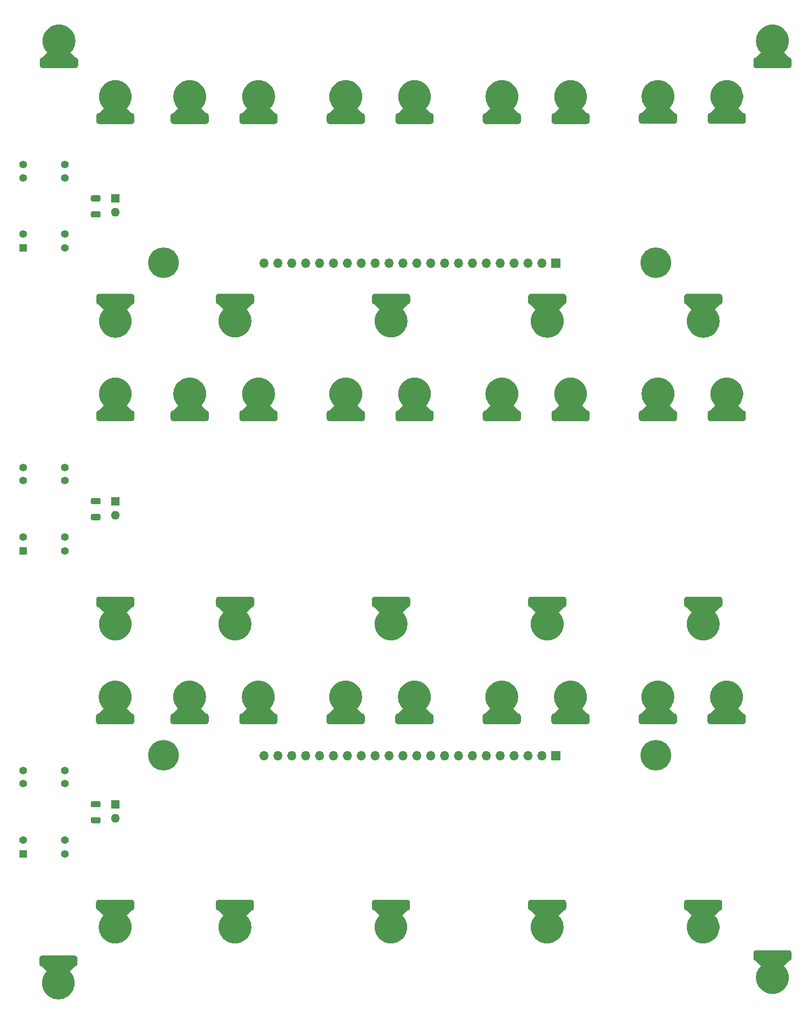
<source format=gbr>
G04 #@! TF.GenerationSoftware,KiCad,Pcbnew,(5.1.9)-1*
G04 #@! TF.CreationDate,2021-11-09T15:42:33+01:00*
G04 #@! TF.ProjectId,RelayControls-HPK,52656c61-7943-46f6-9e74-726f6c732d48,V0.1*
G04 #@! TF.SameCoordinates,Original*
G04 #@! TF.FileFunction,Soldermask,Top*
G04 #@! TF.FilePolarity,Negative*
%FSLAX46Y46*%
G04 Gerber Fmt 4.6, Leading zero omitted, Abs format (unit mm)*
G04 Created by KiCad (PCBNEW (5.1.9)-1) date 2021-11-09 15:42:33*
%MOMM*%
%LPD*%
G01*
G04 APERTURE LIST*
%ADD10C,5.600000*%
%ADD11C,0.100000*%
%ADD12R,1.600000X1.600000*%
%ADD13O,1.600000X1.600000*%
%ADD14C,1.400000*%
%ADD15R,1.400000X1.400000*%
%ADD16R,1.700000X1.700000*%
%ADD17O,1.700000X1.700000*%
G04 APERTURE END LIST*
D10*
X136110000Y-69700000D03*
X46120000Y-69690000D03*
X46120000Y-159690000D03*
X136110000Y-159700000D03*
D11*
G36*
X36834809Y-194044753D02*
G01*
X36546059Y-193987317D01*
X36264330Y-193901855D01*
X35992335Y-193789191D01*
X35732692Y-193650409D01*
X35487902Y-193486846D01*
X35260323Y-193300076D01*
X35052147Y-193091900D01*
X34865377Y-192864321D01*
X34701814Y-192619531D01*
X34563032Y-192359888D01*
X34450368Y-192087893D01*
X34364906Y-191806164D01*
X34307470Y-191517414D01*
X34278614Y-191224426D01*
X34278614Y-190930020D01*
X34307470Y-190637032D01*
X34364906Y-190348282D01*
X34450368Y-190066553D01*
X34563032Y-189794558D01*
X34701814Y-189534915D01*
X34865377Y-189290125D01*
X35052147Y-189062546D01*
X35156235Y-188958458D01*
X34275000Y-188077223D01*
X40275000Y-188077223D01*
X39393765Y-188958458D01*
X39497853Y-189062546D01*
X39684623Y-189290125D01*
X39848186Y-189534915D01*
X39986968Y-189794558D01*
X40099632Y-190066553D01*
X40185094Y-190348282D01*
X40242530Y-190637032D01*
X40271386Y-190930020D01*
X40271386Y-191224426D01*
X40242530Y-191517414D01*
X40185094Y-191806164D01*
X40099632Y-192087893D01*
X39986968Y-192359888D01*
X39848186Y-192619531D01*
X39684623Y-192864321D01*
X39497853Y-193091900D01*
X39289677Y-193300076D01*
X39062098Y-193486846D01*
X38817308Y-193650409D01*
X38557665Y-193789191D01*
X38285670Y-193901855D01*
X38003941Y-193987317D01*
X37715191Y-194044753D01*
X37422203Y-194073609D01*
X37127797Y-194073609D01*
X36834809Y-194044753D01*
G37*
G36*
G01*
X40275000Y-188077223D02*
X34275000Y-188077223D01*
G75*
G02*
X33775000Y-187577223I0J500000D01*
G01*
X33775000Y-186577223D01*
G75*
G02*
X34275000Y-186077223I500000J0D01*
G01*
X40275000Y-186077223D01*
G75*
G02*
X40775000Y-186577223I0J-500000D01*
G01*
X40775000Y-187577223D01*
G75*
G02*
X40275000Y-188077223I-500000J0D01*
G01*
G37*
G36*
X27440191Y-26192470D02*
G01*
X27728941Y-26249906D01*
X28010670Y-26335368D01*
X28282665Y-26448032D01*
X28542308Y-26586814D01*
X28787098Y-26750377D01*
X29014677Y-26937147D01*
X29222853Y-27145323D01*
X29409623Y-27372902D01*
X29573186Y-27617692D01*
X29711968Y-27877335D01*
X29824632Y-28149330D01*
X29910094Y-28431059D01*
X29967530Y-28719809D01*
X29996386Y-29012797D01*
X29996386Y-29307203D01*
X29967530Y-29600191D01*
X29910094Y-29888941D01*
X29824632Y-30170670D01*
X29711968Y-30442665D01*
X29573186Y-30702308D01*
X29409623Y-30947098D01*
X29222853Y-31174677D01*
X29118765Y-31278765D01*
X30000000Y-32160000D01*
X24000000Y-32160000D01*
X24881235Y-31278765D01*
X24777147Y-31174677D01*
X24590377Y-30947098D01*
X24426814Y-30702308D01*
X24288032Y-30442665D01*
X24175368Y-30170670D01*
X24089906Y-29888941D01*
X24032470Y-29600191D01*
X24003614Y-29307203D01*
X24003614Y-29012797D01*
X24032470Y-28719809D01*
X24089906Y-28431059D01*
X24175368Y-28149330D01*
X24288032Y-27877335D01*
X24426814Y-27617692D01*
X24590377Y-27372902D01*
X24777147Y-27145323D01*
X24985323Y-26937147D01*
X25212902Y-26750377D01*
X25457692Y-26586814D01*
X25717335Y-26448032D01*
X25989330Y-26335368D01*
X26271059Y-26249906D01*
X26559809Y-26192470D01*
X26852797Y-26163614D01*
X27147203Y-26163614D01*
X27440191Y-26192470D01*
G37*
G36*
G01*
X24000000Y-32160000D02*
X30000000Y-32160000D01*
G75*
G02*
X30500000Y-32660000I0J-500000D01*
G01*
X30500000Y-33660000D01*
G75*
G02*
X30000000Y-34160000I-500000J0D01*
G01*
X24000000Y-34160000D01*
G75*
G02*
X23500000Y-33660000I0J500000D01*
G01*
X23500000Y-32660000D01*
G75*
G02*
X24000000Y-32160000I500000J0D01*
G01*
G37*
G36*
X26439809Y-204257530D02*
G01*
X26151059Y-204200094D01*
X25869330Y-204114632D01*
X25597335Y-204001968D01*
X25337692Y-203863186D01*
X25092902Y-203699623D01*
X24865323Y-203512853D01*
X24657147Y-203304677D01*
X24470377Y-203077098D01*
X24306814Y-202832308D01*
X24168032Y-202572665D01*
X24055368Y-202300670D01*
X23969906Y-202018941D01*
X23912470Y-201730191D01*
X23883614Y-201437203D01*
X23883614Y-201142797D01*
X23912470Y-200849809D01*
X23969906Y-200561059D01*
X24055368Y-200279330D01*
X24168032Y-200007335D01*
X24306814Y-199747692D01*
X24470377Y-199502902D01*
X24657147Y-199275323D01*
X24761235Y-199171235D01*
X23880000Y-198290000D01*
X29880000Y-198290000D01*
X28998765Y-199171235D01*
X29102853Y-199275323D01*
X29289623Y-199502902D01*
X29453186Y-199747692D01*
X29591968Y-200007335D01*
X29704632Y-200279330D01*
X29790094Y-200561059D01*
X29847530Y-200849809D01*
X29876386Y-201142797D01*
X29876386Y-201437203D01*
X29847530Y-201730191D01*
X29790094Y-202018941D01*
X29704632Y-202300670D01*
X29591968Y-202572665D01*
X29453186Y-202832308D01*
X29289623Y-203077098D01*
X29102853Y-203304677D01*
X28894677Y-203512853D01*
X28667098Y-203699623D01*
X28422308Y-203863186D01*
X28162665Y-204001968D01*
X27890670Y-204114632D01*
X27608941Y-204200094D01*
X27320191Y-204257530D01*
X27027203Y-204286386D01*
X26732797Y-204286386D01*
X26439809Y-204257530D01*
G37*
G36*
G01*
X29880000Y-198290000D02*
X23880000Y-198290000D01*
G75*
G02*
X23380000Y-197790000I0J500000D01*
G01*
X23380000Y-196790000D01*
G75*
G02*
X23880000Y-196290000I500000J0D01*
G01*
X29880000Y-196290000D01*
G75*
G02*
X30380000Y-196790000I0J-500000D01*
G01*
X30380000Y-197790000D01*
G75*
G02*
X29880000Y-198290000I-500000J0D01*
G01*
G37*
G36*
X36859809Y-83344753D02*
G01*
X36571059Y-83287317D01*
X36289330Y-83201855D01*
X36017335Y-83089191D01*
X35757692Y-82950409D01*
X35512902Y-82786846D01*
X35285323Y-82600076D01*
X35077147Y-82391900D01*
X34890377Y-82164321D01*
X34726814Y-81919531D01*
X34588032Y-81659888D01*
X34475368Y-81387893D01*
X34389906Y-81106164D01*
X34332470Y-80817414D01*
X34303614Y-80524426D01*
X34303614Y-80230020D01*
X34332470Y-79937032D01*
X34389906Y-79648282D01*
X34475368Y-79366553D01*
X34588032Y-79094558D01*
X34726814Y-78834915D01*
X34890377Y-78590125D01*
X35077147Y-78362546D01*
X35181235Y-78258458D01*
X34300000Y-77377223D01*
X40300000Y-77377223D01*
X39418765Y-78258458D01*
X39522853Y-78362546D01*
X39709623Y-78590125D01*
X39873186Y-78834915D01*
X40011968Y-79094558D01*
X40124632Y-79366553D01*
X40210094Y-79648282D01*
X40267530Y-79937032D01*
X40296386Y-80230020D01*
X40296386Y-80524426D01*
X40267530Y-80817414D01*
X40210094Y-81106164D01*
X40124632Y-81387893D01*
X40011968Y-81659888D01*
X39873186Y-81919531D01*
X39709623Y-82164321D01*
X39522853Y-82391900D01*
X39314677Y-82600076D01*
X39087098Y-82786846D01*
X38842308Y-82950409D01*
X38582665Y-83089191D01*
X38310670Y-83201855D01*
X38028941Y-83287317D01*
X37740191Y-83344753D01*
X37447203Y-83373609D01*
X37152797Y-83373609D01*
X36859809Y-83344753D01*
G37*
G36*
G01*
X40300000Y-77377223D02*
X34300000Y-77377223D01*
G75*
G02*
X33800000Y-76877223I0J500000D01*
G01*
X33800000Y-75877223D01*
G75*
G02*
X34300000Y-75377223I500000J0D01*
G01*
X40300000Y-75377223D01*
G75*
G02*
X40800000Y-75877223I0J-500000D01*
G01*
X40800000Y-76877223D01*
G75*
G02*
X40300000Y-77377223I-500000J0D01*
G01*
G37*
G36*
G01*
X62182500Y-77340000D02*
X56182500Y-77340000D01*
G75*
G02*
X55682500Y-76840000I0J500000D01*
G01*
X55682500Y-75840000D01*
G75*
G02*
X56182500Y-75340000I500000J0D01*
G01*
X62182500Y-75340000D01*
G75*
G02*
X62682500Y-75840000I0J-500000D01*
G01*
X62682500Y-76840000D01*
G75*
G02*
X62182500Y-77340000I-500000J0D01*
G01*
G37*
G36*
X58742309Y-83307530D02*
G01*
X58453559Y-83250094D01*
X58171830Y-83164632D01*
X57899835Y-83051968D01*
X57640192Y-82913186D01*
X57395402Y-82749623D01*
X57167823Y-82562853D01*
X56959647Y-82354677D01*
X56772877Y-82127098D01*
X56609314Y-81882308D01*
X56470532Y-81622665D01*
X56357868Y-81350670D01*
X56272406Y-81068941D01*
X56214970Y-80780191D01*
X56186114Y-80487203D01*
X56186114Y-80192797D01*
X56214970Y-79899809D01*
X56272406Y-79611059D01*
X56357868Y-79329330D01*
X56470532Y-79057335D01*
X56609314Y-78797692D01*
X56772877Y-78552902D01*
X56959647Y-78325323D01*
X57063735Y-78221235D01*
X56182500Y-77340000D01*
X62182500Y-77340000D01*
X61301265Y-78221235D01*
X61405353Y-78325323D01*
X61592123Y-78552902D01*
X61755686Y-78797692D01*
X61894468Y-79057335D01*
X62007132Y-79329330D01*
X62092594Y-79611059D01*
X62150030Y-79899809D01*
X62178886Y-80192797D01*
X62178886Y-80487203D01*
X62150030Y-80780191D01*
X62092594Y-81068941D01*
X62007132Y-81350670D01*
X61894468Y-81622665D01*
X61755686Y-81882308D01*
X61592123Y-82127098D01*
X61405353Y-82354677D01*
X61197177Y-82562853D01*
X60969598Y-82749623D01*
X60724808Y-82913186D01*
X60465165Y-83051968D01*
X60193170Y-83164632D01*
X59911441Y-83250094D01*
X59622691Y-83307530D01*
X59329703Y-83336386D01*
X59035297Y-83336386D01*
X58742309Y-83307530D01*
G37*
G36*
G01*
X119252500Y-77377223D02*
X113252500Y-77377223D01*
G75*
G02*
X112752500Y-76877223I0J500000D01*
G01*
X112752500Y-75877223D01*
G75*
G02*
X113252500Y-75377223I500000J0D01*
G01*
X119252500Y-75377223D01*
G75*
G02*
X119752500Y-75877223I0J-500000D01*
G01*
X119752500Y-76877223D01*
G75*
G02*
X119252500Y-77377223I-500000J0D01*
G01*
G37*
G36*
X115812309Y-83344753D02*
G01*
X115523559Y-83287317D01*
X115241830Y-83201855D01*
X114969835Y-83089191D01*
X114710192Y-82950409D01*
X114465402Y-82786846D01*
X114237823Y-82600076D01*
X114029647Y-82391900D01*
X113842877Y-82164321D01*
X113679314Y-81919531D01*
X113540532Y-81659888D01*
X113427868Y-81387893D01*
X113342406Y-81106164D01*
X113284970Y-80817414D01*
X113256114Y-80524426D01*
X113256114Y-80230020D01*
X113284970Y-79937032D01*
X113342406Y-79648282D01*
X113427868Y-79366553D01*
X113540532Y-79094558D01*
X113679314Y-78834915D01*
X113842877Y-78590125D01*
X114029647Y-78362546D01*
X114133735Y-78258458D01*
X113252500Y-77377223D01*
X119252500Y-77377223D01*
X118371265Y-78258458D01*
X118475353Y-78362546D01*
X118662123Y-78590125D01*
X118825686Y-78834915D01*
X118964468Y-79094558D01*
X119077132Y-79366553D01*
X119162594Y-79648282D01*
X119220030Y-79937032D01*
X119248886Y-80230020D01*
X119248886Y-80524426D01*
X119220030Y-80817414D01*
X119162594Y-81106164D01*
X119077132Y-81387893D01*
X118964468Y-81659888D01*
X118825686Y-81919531D01*
X118662123Y-82164321D01*
X118475353Y-82391900D01*
X118267177Y-82600076D01*
X118039598Y-82786846D01*
X117794808Y-82950409D01*
X117535165Y-83089191D01*
X117263170Y-83201855D01*
X116981441Y-83287317D01*
X116692691Y-83344753D01*
X116399703Y-83373609D01*
X116105297Y-83373609D01*
X115812309Y-83344753D01*
G37*
G36*
X87267309Y-83307530D02*
G01*
X86978559Y-83250094D01*
X86696830Y-83164632D01*
X86424835Y-83051968D01*
X86165192Y-82913186D01*
X85920402Y-82749623D01*
X85692823Y-82562853D01*
X85484647Y-82354677D01*
X85297877Y-82127098D01*
X85134314Y-81882308D01*
X84995532Y-81622665D01*
X84882868Y-81350670D01*
X84797406Y-81068941D01*
X84739970Y-80780191D01*
X84711114Y-80487203D01*
X84711114Y-80192797D01*
X84739970Y-79899809D01*
X84797406Y-79611059D01*
X84882868Y-79329330D01*
X84995532Y-79057335D01*
X85134314Y-78797692D01*
X85297877Y-78552902D01*
X85484647Y-78325323D01*
X85588735Y-78221235D01*
X84707500Y-77340000D01*
X90707500Y-77340000D01*
X89826265Y-78221235D01*
X89930353Y-78325323D01*
X90117123Y-78552902D01*
X90280686Y-78797692D01*
X90419468Y-79057335D01*
X90532132Y-79329330D01*
X90617594Y-79611059D01*
X90675030Y-79899809D01*
X90703886Y-80192797D01*
X90703886Y-80487203D01*
X90675030Y-80780191D01*
X90617594Y-81068941D01*
X90532132Y-81350670D01*
X90419468Y-81622665D01*
X90280686Y-81882308D01*
X90117123Y-82127098D01*
X89930353Y-82354677D01*
X89722177Y-82562853D01*
X89494598Y-82749623D01*
X89249808Y-82913186D01*
X88990165Y-83051968D01*
X88718170Y-83164632D01*
X88436441Y-83250094D01*
X88147691Y-83307530D01*
X87854703Y-83336386D01*
X87560297Y-83336386D01*
X87267309Y-83307530D01*
G37*
G36*
G01*
X90707500Y-77340000D02*
X84707500Y-77340000D01*
G75*
G02*
X84207500Y-76840000I0J500000D01*
G01*
X84207500Y-75840000D01*
G75*
G02*
X84707500Y-75340000I500000J0D01*
G01*
X90707500Y-75340000D01*
G75*
G02*
X91207500Y-75840000I0J-500000D01*
G01*
X91207500Y-76840000D01*
G75*
G02*
X90707500Y-77340000I-500000J0D01*
G01*
G37*
G36*
X144337309Y-83344753D02*
G01*
X144048559Y-83287317D01*
X143766830Y-83201855D01*
X143494835Y-83089191D01*
X143235192Y-82950409D01*
X142990402Y-82786846D01*
X142762823Y-82600076D01*
X142554647Y-82391900D01*
X142367877Y-82164321D01*
X142204314Y-81919531D01*
X142065532Y-81659888D01*
X141952868Y-81387893D01*
X141867406Y-81106164D01*
X141809970Y-80817414D01*
X141781114Y-80524426D01*
X141781114Y-80230020D01*
X141809970Y-79937032D01*
X141867406Y-79648282D01*
X141952868Y-79366553D01*
X142065532Y-79094558D01*
X142204314Y-78834915D01*
X142367877Y-78590125D01*
X142554647Y-78362546D01*
X142658735Y-78258458D01*
X141777500Y-77377223D01*
X147777500Y-77377223D01*
X146896265Y-78258458D01*
X147000353Y-78362546D01*
X147187123Y-78590125D01*
X147350686Y-78834915D01*
X147489468Y-79094558D01*
X147602132Y-79366553D01*
X147687594Y-79648282D01*
X147745030Y-79937032D01*
X147773886Y-80230020D01*
X147773886Y-80524426D01*
X147745030Y-80817414D01*
X147687594Y-81106164D01*
X147602132Y-81387893D01*
X147489468Y-81659888D01*
X147350686Y-81919531D01*
X147187123Y-82164321D01*
X147000353Y-82391900D01*
X146792177Y-82600076D01*
X146564598Y-82786846D01*
X146319808Y-82950409D01*
X146060165Y-83089191D01*
X145788170Y-83201855D01*
X145506441Y-83287317D01*
X145217691Y-83344753D01*
X144924703Y-83373609D01*
X144630297Y-83373609D01*
X144337309Y-83344753D01*
G37*
G36*
G01*
X147777500Y-77377223D02*
X141777500Y-77377223D01*
G75*
G02*
X141277500Y-76877223I0J500000D01*
G01*
X141277500Y-75877223D01*
G75*
G02*
X141777500Y-75377223I500000J0D01*
G01*
X147777500Y-75377223D01*
G75*
G02*
X148277500Y-75877223I0J-500000D01*
G01*
X148277500Y-76877223D01*
G75*
G02*
X147777500Y-77377223I-500000J0D01*
G01*
G37*
G36*
G01*
X34300000Y-42332777D02*
X40300000Y-42332777D01*
G75*
G02*
X40800000Y-42832777I0J-500000D01*
G01*
X40800000Y-43832777D01*
G75*
G02*
X40300000Y-44332777I-500000J0D01*
G01*
X34300000Y-44332777D01*
G75*
G02*
X33800000Y-43832777I0J500000D01*
G01*
X33800000Y-42832777D01*
G75*
G02*
X34300000Y-42332777I500000J0D01*
G01*
G37*
G36*
X37740191Y-36365247D02*
G01*
X38028941Y-36422683D01*
X38310670Y-36508145D01*
X38582665Y-36620809D01*
X38842308Y-36759591D01*
X39087098Y-36923154D01*
X39314677Y-37109924D01*
X39522853Y-37318100D01*
X39709623Y-37545679D01*
X39873186Y-37790469D01*
X40011968Y-38050112D01*
X40124632Y-38322107D01*
X40210094Y-38603836D01*
X40267530Y-38892586D01*
X40296386Y-39185574D01*
X40296386Y-39479980D01*
X40267530Y-39772968D01*
X40210094Y-40061718D01*
X40124632Y-40343447D01*
X40011968Y-40615442D01*
X39873186Y-40875085D01*
X39709623Y-41119875D01*
X39522853Y-41347454D01*
X39418765Y-41451542D01*
X40300000Y-42332777D01*
X34300000Y-42332777D01*
X35181235Y-41451542D01*
X35077147Y-41347454D01*
X34890377Y-41119875D01*
X34726814Y-40875085D01*
X34588032Y-40615442D01*
X34475368Y-40343447D01*
X34389906Y-40061718D01*
X34332470Y-39772968D01*
X34303614Y-39479980D01*
X34303614Y-39185574D01*
X34332470Y-38892586D01*
X34389906Y-38603836D01*
X34475368Y-38322107D01*
X34588032Y-38050112D01*
X34726814Y-37790469D01*
X34890377Y-37545679D01*
X35077147Y-37318100D01*
X35285323Y-37109924D01*
X35512902Y-36923154D01*
X35757692Y-36759591D01*
X36017335Y-36620809D01*
X36289330Y-36508145D01*
X36571059Y-36422683D01*
X36859809Y-36365247D01*
X37152797Y-36336391D01*
X37447203Y-36336391D01*
X37740191Y-36365247D01*
G37*
G36*
X63915191Y-36365247D02*
G01*
X64203941Y-36422683D01*
X64485670Y-36508145D01*
X64757665Y-36620809D01*
X65017308Y-36759591D01*
X65262098Y-36923154D01*
X65489677Y-37109924D01*
X65697853Y-37318100D01*
X65884623Y-37545679D01*
X66048186Y-37790469D01*
X66186968Y-38050112D01*
X66299632Y-38322107D01*
X66385094Y-38603836D01*
X66442530Y-38892586D01*
X66471386Y-39185574D01*
X66471386Y-39479980D01*
X66442530Y-39772968D01*
X66385094Y-40061718D01*
X66299632Y-40343447D01*
X66186968Y-40615442D01*
X66048186Y-40875085D01*
X65884623Y-41119875D01*
X65697853Y-41347454D01*
X65593765Y-41451542D01*
X66475000Y-42332777D01*
X60475000Y-42332777D01*
X61356235Y-41451542D01*
X61252147Y-41347454D01*
X61065377Y-41119875D01*
X60901814Y-40875085D01*
X60763032Y-40615442D01*
X60650368Y-40343447D01*
X60564906Y-40061718D01*
X60507470Y-39772968D01*
X60478614Y-39479980D01*
X60478614Y-39185574D01*
X60507470Y-38892586D01*
X60564906Y-38603836D01*
X60650368Y-38322107D01*
X60763032Y-38050112D01*
X60901814Y-37790469D01*
X61065377Y-37545679D01*
X61252147Y-37318100D01*
X61460323Y-37109924D01*
X61687902Y-36923154D01*
X61932692Y-36759591D01*
X62192335Y-36620809D01*
X62464330Y-36508145D01*
X62746059Y-36422683D01*
X63034809Y-36365247D01*
X63327797Y-36336391D01*
X63622203Y-36336391D01*
X63915191Y-36365247D01*
G37*
G36*
G01*
X60475000Y-42332777D02*
X66475000Y-42332777D01*
G75*
G02*
X66975000Y-42832777I0J-500000D01*
G01*
X66975000Y-43832777D01*
G75*
G02*
X66475000Y-44332777I-500000J0D01*
G01*
X60475000Y-44332777D01*
G75*
G02*
X59975000Y-43832777I0J500000D01*
G01*
X59975000Y-42832777D01*
G75*
G02*
X60475000Y-42332777I500000J0D01*
G01*
G37*
G36*
G01*
X47900000Y-42332777D02*
X53900000Y-42332777D01*
G75*
G02*
X54400000Y-42832777I0J-500000D01*
G01*
X54400000Y-43832777D01*
G75*
G02*
X53900000Y-44332777I-500000J0D01*
G01*
X47900000Y-44332777D01*
G75*
G02*
X47400000Y-43832777I0J500000D01*
G01*
X47400000Y-42832777D01*
G75*
G02*
X47900000Y-42332777I500000J0D01*
G01*
G37*
G36*
X51340191Y-36365247D02*
G01*
X51628941Y-36422683D01*
X51910670Y-36508145D01*
X52182665Y-36620809D01*
X52442308Y-36759591D01*
X52687098Y-36923154D01*
X52914677Y-37109924D01*
X53122853Y-37318100D01*
X53309623Y-37545679D01*
X53473186Y-37790469D01*
X53611968Y-38050112D01*
X53724632Y-38322107D01*
X53810094Y-38603836D01*
X53867530Y-38892586D01*
X53896386Y-39185574D01*
X53896386Y-39479980D01*
X53867530Y-39772968D01*
X53810094Y-40061718D01*
X53724632Y-40343447D01*
X53611968Y-40615442D01*
X53473186Y-40875085D01*
X53309623Y-41119875D01*
X53122853Y-41347454D01*
X53018765Y-41451542D01*
X53900000Y-42332777D01*
X47900000Y-42332777D01*
X48781235Y-41451542D01*
X48677147Y-41347454D01*
X48490377Y-41119875D01*
X48326814Y-40875085D01*
X48188032Y-40615442D01*
X48075368Y-40343447D01*
X47989906Y-40061718D01*
X47932470Y-39772968D01*
X47903614Y-39479980D01*
X47903614Y-39185574D01*
X47932470Y-38892586D01*
X47989906Y-38603836D01*
X48075368Y-38322107D01*
X48188032Y-38050112D01*
X48326814Y-37790469D01*
X48490377Y-37545679D01*
X48677147Y-37318100D01*
X48885323Y-37109924D01*
X49112902Y-36923154D01*
X49357692Y-36759591D01*
X49617335Y-36620809D01*
X49889330Y-36508145D01*
X50171059Y-36422683D01*
X50459809Y-36365247D01*
X50752797Y-36336391D01*
X51047203Y-36336391D01*
X51340191Y-36365247D01*
G37*
G36*
X120965191Y-36365247D02*
G01*
X121253941Y-36422683D01*
X121535670Y-36508145D01*
X121807665Y-36620809D01*
X122067308Y-36759591D01*
X122312098Y-36923154D01*
X122539677Y-37109924D01*
X122747853Y-37318100D01*
X122934623Y-37545679D01*
X123098186Y-37790469D01*
X123236968Y-38050112D01*
X123349632Y-38322107D01*
X123435094Y-38603836D01*
X123492530Y-38892586D01*
X123521386Y-39185574D01*
X123521386Y-39479980D01*
X123492530Y-39772968D01*
X123435094Y-40061718D01*
X123349632Y-40343447D01*
X123236968Y-40615442D01*
X123098186Y-40875085D01*
X122934623Y-41119875D01*
X122747853Y-41347454D01*
X122643765Y-41451542D01*
X123525000Y-42332777D01*
X117525000Y-42332777D01*
X118406235Y-41451542D01*
X118302147Y-41347454D01*
X118115377Y-41119875D01*
X117951814Y-40875085D01*
X117813032Y-40615442D01*
X117700368Y-40343447D01*
X117614906Y-40061718D01*
X117557470Y-39772968D01*
X117528614Y-39479980D01*
X117528614Y-39185574D01*
X117557470Y-38892586D01*
X117614906Y-38603836D01*
X117700368Y-38322107D01*
X117813032Y-38050112D01*
X117951814Y-37790469D01*
X118115377Y-37545679D01*
X118302147Y-37318100D01*
X118510323Y-37109924D01*
X118737902Y-36923154D01*
X118982692Y-36759591D01*
X119242335Y-36620809D01*
X119514330Y-36508145D01*
X119796059Y-36422683D01*
X120084809Y-36365247D01*
X120377797Y-36336391D01*
X120672203Y-36336391D01*
X120965191Y-36365247D01*
G37*
G36*
G01*
X117525000Y-42332777D02*
X123525000Y-42332777D01*
G75*
G02*
X124025000Y-42832777I0J-500000D01*
G01*
X124025000Y-43832777D01*
G75*
G02*
X123525000Y-44332777I-500000J0D01*
G01*
X117525000Y-44332777D01*
G75*
G02*
X117025000Y-43832777I0J500000D01*
G01*
X117025000Y-42832777D01*
G75*
G02*
X117525000Y-42332777I500000J0D01*
G01*
G37*
G36*
G01*
X104970000Y-42332777D02*
X110970000Y-42332777D01*
G75*
G02*
X111470000Y-42832777I0J-500000D01*
G01*
X111470000Y-43832777D01*
G75*
G02*
X110970000Y-44332777I-500000J0D01*
G01*
X104970000Y-44332777D01*
G75*
G02*
X104470000Y-43832777I0J500000D01*
G01*
X104470000Y-42832777D01*
G75*
G02*
X104970000Y-42332777I500000J0D01*
G01*
G37*
G36*
X108410191Y-36365247D02*
G01*
X108698941Y-36422683D01*
X108980670Y-36508145D01*
X109252665Y-36620809D01*
X109512308Y-36759591D01*
X109757098Y-36923154D01*
X109984677Y-37109924D01*
X110192853Y-37318100D01*
X110379623Y-37545679D01*
X110543186Y-37790469D01*
X110681968Y-38050112D01*
X110794632Y-38322107D01*
X110880094Y-38603836D01*
X110937530Y-38892586D01*
X110966386Y-39185574D01*
X110966386Y-39479980D01*
X110937530Y-39772968D01*
X110880094Y-40061718D01*
X110794632Y-40343447D01*
X110681968Y-40615442D01*
X110543186Y-40875085D01*
X110379623Y-41119875D01*
X110192853Y-41347454D01*
X110088765Y-41451542D01*
X110970000Y-42332777D01*
X104970000Y-42332777D01*
X105851235Y-41451542D01*
X105747147Y-41347454D01*
X105560377Y-41119875D01*
X105396814Y-40875085D01*
X105258032Y-40615442D01*
X105145368Y-40343447D01*
X105059906Y-40061718D01*
X105002470Y-39772968D01*
X104973614Y-39479980D01*
X104973614Y-39185574D01*
X105002470Y-38892586D01*
X105059906Y-38603836D01*
X105145368Y-38322107D01*
X105258032Y-38050112D01*
X105396814Y-37790469D01*
X105560377Y-37545679D01*
X105747147Y-37318100D01*
X105955323Y-37109924D01*
X106182902Y-36923154D01*
X106427692Y-36759591D01*
X106687335Y-36620809D01*
X106959330Y-36508145D01*
X107241059Y-36422683D01*
X107529809Y-36365247D01*
X107822797Y-36336391D01*
X108117203Y-36336391D01*
X108410191Y-36365247D01*
G37*
G36*
G01*
X89000000Y-42332777D02*
X95000000Y-42332777D01*
G75*
G02*
X95500000Y-42832777I0J-500000D01*
G01*
X95500000Y-43832777D01*
G75*
G02*
X95000000Y-44332777I-500000J0D01*
G01*
X89000000Y-44332777D01*
G75*
G02*
X88500000Y-43832777I0J500000D01*
G01*
X88500000Y-42832777D01*
G75*
G02*
X89000000Y-42332777I500000J0D01*
G01*
G37*
G36*
X92440191Y-36365247D02*
G01*
X92728941Y-36422683D01*
X93010670Y-36508145D01*
X93282665Y-36620809D01*
X93542308Y-36759591D01*
X93787098Y-36923154D01*
X94014677Y-37109924D01*
X94222853Y-37318100D01*
X94409623Y-37545679D01*
X94573186Y-37790469D01*
X94711968Y-38050112D01*
X94824632Y-38322107D01*
X94910094Y-38603836D01*
X94967530Y-38892586D01*
X94996386Y-39185574D01*
X94996386Y-39479980D01*
X94967530Y-39772968D01*
X94910094Y-40061718D01*
X94824632Y-40343447D01*
X94711968Y-40615442D01*
X94573186Y-40875085D01*
X94409623Y-41119875D01*
X94222853Y-41347454D01*
X94118765Y-41451542D01*
X95000000Y-42332777D01*
X89000000Y-42332777D01*
X89881235Y-41451542D01*
X89777147Y-41347454D01*
X89590377Y-41119875D01*
X89426814Y-40875085D01*
X89288032Y-40615442D01*
X89175368Y-40343447D01*
X89089906Y-40061718D01*
X89032470Y-39772968D01*
X89003614Y-39479980D01*
X89003614Y-39185574D01*
X89032470Y-38892586D01*
X89089906Y-38603836D01*
X89175368Y-38322107D01*
X89288032Y-38050112D01*
X89426814Y-37790469D01*
X89590377Y-37545679D01*
X89777147Y-37318100D01*
X89985323Y-37109924D01*
X90212902Y-36923154D01*
X90457692Y-36759591D01*
X90717335Y-36620809D01*
X90989330Y-36508145D01*
X91271059Y-36422683D01*
X91559809Y-36365247D01*
X91852797Y-36336391D01*
X92147203Y-36336391D01*
X92440191Y-36365247D01*
G37*
G36*
X79865191Y-36365247D02*
G01*
X80153941Y-36422683D01*
X80435670Y-36508145D01*
X80707665Y-36620809D01*
X80967308Y-36759591D01*
X81212098Y-36923154D01*
X81439677Y-37109924D01*
X81647853Y-37318100D01*
X81834623Y-37545679D01*
X81998186Y-37790469D01*
X82136968Y-38050112D01*
X82249632Y-38322107D01*
X82335094Y-38603836D01*
X82392530Y-38892586D01*
X82421386Y-39185574D01*
X82421386Y-39479980D01*
X82392530Y-39772968D01*
X82335094Y-40061718D01*
X82249632Y-40343447D01*
X82136968Y-40615442D01*
X81998186Y-40875085D01*
X81834623Y-41119875D01*
X81647853Y-41347454D01*
X81543765Y-41451542D01*
X82425000Y-42332777D01*
X76425000Y-42332777D01*
X77306235Y-41451542D01*
X77202147Y-41347454D01*
X77015377Y-41119875D01*
X76851814Y-40875085D01*
X76713032Y-40615442D01*
X76600368Y-40343447D01*
X76514906Y-40061718D01*
X76457470Y-39772968D01*
X76428614Y-39479980D01*
X76428614Y-39185574D01*
X76457470Y-38892586D01*
X76514906Y-38603836D01*
X76600368Y-38322107D01*
X76713032Y-38050112D01*
X76851814Y-37790469D01*
X77015377Y-37545679D01*
X77202147Y-37318100D01*
X77410323Y-37109924D01*
X77637902Y-36923154D01*
X77882692Y-36759591D01*
X78142335Y-36620809D01*
X78414330Y-36508145D01*
X78696059Y-36422683D01*
X78984809Y-36365247D01*
X79277797Y-36336391D01*
X79572203Y-36336391D01*
X79865191Y-36365247D01*
G37*
G36*
G01*
X76425000Y-42332777D02*
X82425000Y-42332777D01*
G75*
G02*
X82925000Y-42832777I0J-500000D01*
G01*
X82925000Y-43832777D01*
G75*
G02*
X82425000Y-44332777I-500000J0D01*
G01*
X76425000Y-44332777D01*
G75*
G02*
X75925000Y-43832777I0J500000D01*
G01*
X75925000Y-42832777D01*
G75*
G02*
X76425000Y-42332777I500000J0D01*
G01*
G37*
G36*
G01*
X146070000Y-42300000D02*
X152070000Y-42300000D01*
G75*
G02*
X152570000Y-42800000I0J-500000D01*
G01*
X152570000Y-43800000D01*
G75*
G02*
X152070000Y-44300000I-500000J0D01*
G01*
X146070000Y-44300000D01*
G75*
G02*
X145570000Y-43800000I0J500000D01*
G01*
X145570000Y-42800000D01*
G75*
G02*
X146070000Y-42300000I500000J0D01*
G01*
G37*
G36*
X149510191Y-36332470D02*
G01*
X149798941Y-36389906D01*
X150080670Y-36475368D01*
X150352665Y-36588032D01*
X150612308Y-36726814D01*
X150857098Y-36890377D01*
X151084677Y-37077147D01*
X151292853Y-37285323D01*
X151479623Y-37512902D01*
X151643186Y-37757692D01*
X151781968Y-38017335D01*
X151894632Y-38289330D01*
X151980094Y-38571059D01*
X152037530Y-38859809D01*
X152066386Y-39152797D01*
X152066386Y-39447203D01*
X152037530Y-39740191D01*
X151980094Y-40028941D01*
X151894632Y-40310670D01*
X151781968Y-40582665D01*
X151643186Y-40842308D01*
X151479623Y-41087098D01*
X151292853Y-41314677D01*
X151188765Y-41418765D01*
X152070000Y-42300000D01*
X146070000Y-42300000D01*
X146951235Y-41418765D01*
X146847147Y-41314677D01*
X146660377Y-41087098D01*
X146496814Y-40842308D01*
X146358032Y-40582665D01*
X146245368Y-40310670D01*
X146159906Y-40028941D01*
X146102470Y-39740191D01*
X146073614Y-39447203D01*
X146073614Y-39152797D01*
X146102470Y-38859809D01*
X146159906Y-38571059D01*
X146245368Y-38289330D01*
X146358032Y-38017335D01*
X146496814Y-37757692D01*
X146660377Y-37512902D01*
X146847147Y-37285323D01*
X147055323Y-37077147D01*
X147282902Y-36890377D01*
X147527692Y-36726814D01*
X147787335Y-36588032D01*
X148059330Y-36475368D01*
X148341059Y-36389906D01*
X148629809Y-36332470D01*
X148922797Y-36303614D01*
X149217203Y-36303614D01*
X149510191Y-36332470D01*
G37*
G36*
X136935191Y-36332470D02*
G01*
X137223941Y-36389906D01*
X137505670Y-36475368D01*
X137777665Y-36588032D01*
X138037308Y-36726814D01*
X138282098Y-36890377D01*
X138509677Y-37077147D01*
X138717853Y-37285323D01*
X138904623Y-37512902D01*
X139068186Y-37757692D01*
X139206968Y-38017335D01*
X139319632Y-38289330D01*
X139405094Y-38571059D01*
X139462530Y-38859809D01*
X139491386Y-39152797D01*
X139491386Y-39447203D01*
X139462530Y-39740191D01*
X139405094Y-40028941D01*
X139319632Y-40310670D01*
X139206968Y-40582665D01*
X139068186Y-40842308D01*
X138904623Y-41087098D01*
X138717853Y-41314677D01*
X138613765Y-41418765D01*
X139495000Y-42300000D01*
X133495000Y-42300000D01*
X134376235Y-41418765D01*
X134272147Y-41314677D01*
X134085377Y-41087098D01*
X133921814Y-40842308D01*
X133783032Y-40582665D01*
X133670368Y-40310670D01*
X133584906Y-40028941D01*
X133527470Y-39740191D01*
X133498614Y-39447203D01*
X133498614Y-39152797D01*
X133527470Y-38859809D01*
X133584906Y-38571059D01*
X133670368Y-38289330D01*
X133783032Y-38017335D01*
X133921814Y-37757692D01*
X134085377Y-37512902D01*
X134272147Y-37285323D01*
X134480323Y-37077147D01*
X134707902Y-36890377D01*
X134952692Y-36726814D01*
X135212335Y-36588032D01*
X135484330Y-36475368D01*
X135766059Y-36389906D01*
X136054809Y-36332470D01*
X136347797Y-36303614D01*
X136642203Y-36303614D01*
X136935191Y-36332470D01*
G37*
G36*
G01*
X133495000Y-42300000D02*
X139495000Y-42300000D01*
G75*
G02*
X139995000Y-42800000I0J-500000D01*
G01*
X139995000Y-43800000D01*
G75*
G02*
X139495000Y-44300000I-500000J0D01*
G01*
X133495000Y-44300000D01*
G75*
G02*
X132995000Y-43800000I0J500000D01*
G01*
X132995000Y-42800000D01*
G75*
G02*
X133495000Y-42300000I500000J0D01*
G01*
G37*
G36*
G01*
X40300000Y-132697223D02*
X34300000Y-132697223D01*
G75*
G02*
X33800000Y-132197223I0J500000D01*
G01*
X33800000Y-131197223D01*
G75*
G02*
X34300000Y-130697223I500000J0D01*
G01*
X40300000Y-130697223D01*
G75*
G02*
X40800000Y-131197223I0J-500000D01*
G01*
X40800000Y-132197223D01*
G75*
G02*
X40300000Y-132697223I-500000J0D01*
G01*
G37*
G36*
X36859809Y-138664753D02*
G01*
X36571059Y-138607317D01*
X36289330Y-138521855D01*
X36017335Y-138409191D01*
X35757692Y-138270409D01*
X35512902Y-138106846D01*
X35285323Y-137920076D01*
X35077147Y-137711900D01*
X34890377Y-137484321D01*
X34726814Y-137239531D01*
X34588032Y-136979888D01*
X34475368Y-136707893D01*
X34389906Y-136426164D01*
X34332470Y-136137414D01*
X34303614Y-135844426D01*
X34303614Y-135550020D01*
X34332470Y-135257032D01*
X34389906Y-134968282D01*
X34475368Y-134686553D01*
X34588032Y-134414558D01*
X34726814Y-134154915D01*
X34890377Y-133910125D01*
X35077147Y-133682546D01*
X35181235Y-133578458D01*
X34300000Y-132697223D01*
X40300000Y-132697223D01*
X39418765Y-133578458D01*
X39522853Y-133682546D01*
X39709623Y-133910125D01*
X39873186Y-134154915D01*
X40011968Y-134414558D01*
X40124632Y-134686553D01*
X40210094Y-134968282D01*
X40267530Y-135257032D01*
X40296386Y-135550020D01*
X40296386Y-135844426D01*
X40267530Y-136137414D01*
X40210094Y-136426164D01*
X40124632Y-136707893D01*
X40011968Y-136979888D01*
X39873186Y-137239531D01*
X39709623Y-137484321D01*
X39522853Y-137711900D01*
X39314677Y-137920076D01*
X39087098Y-138106846D01*
X38842308Y-138270409D01*
X38582665Y-138409191D01*
X38310670Y-138521855D01*
X38028941Y-138607317D01*
X37740191Y-138664753D01*
X37447203Y-138693609D01*
X37152797Y-138693609D01*
X36859809Y-138664753D01*
G37*
G36*
G01*
X119252500Y-132697223D02*
X113252500Y-132697223D01*
G75*
G02*
X112752500Y-132197223I0J500000D01*
G01*
X112752500Y-131197223D01*
G75*
G02*
X113252500Y-130697223I500000J0D01*
G01*
X119252500Y-130697223D01*
G75*
G02*
X119752500Y-131197223I0J-500000D01*
G01*
X119752500Y-132197223D01*
G75*
G02*
X119252500Y-132697223I-500000J0D01*
G01*
G37*
G36*
X115812309Y-138664753D02*
G01*
X115523559Y-138607317D01*
X115241830Y-138521855D01*
X114969835Y-138409191D01*
X114710192Y-138270409D01*
X114465402Y-138106846D01*
X114237823Y-137920076D01*
X114029647Y-137711900D01*
X113842877Y-137484321D01*
X113679314Y-137239531D01*
X113540532Y-136979888D01*
X113427868Y-136707893D01*
X113342406Y-136426164D01*
X113284970Y-136137414D01*
X113256114Y-135844426D01*
X113256114Y-135550020D01*
X113284970Y-135257032D01*
X113342406Y-134968282D01*
X113427868Y-134686553D01*
X113540532Y-134414558D01*
X113679314Y-134154915D01*
X113842877Y-133910125D01*
X114029647Y-133682546D01*
X114133735Y-133578458D01*
X113252500Y-132697223D01*
X119252500Y-132697223D01*
X118371265Y-133578458D01*
X118475353Y-133682546D01*
X118662123Y-133910125D01*
X118825686Y-134154915D01*
X118964468Y-134414558D01*
X119077132Y-134686553D01*
X119162594Y-134968282D01*
X119220030Y-135257032D01*
X119248886Y-135550020D01*
X119248886Y-135844426D01*
X119220030Y-136137414D01*
X119162594Y-136426164D01*
X119077132Y-136707893D01*
X118964468Y-136979888D01*
X118825686Y-137239531D01*
X118662123Y-137484321D01*
X118475353Y-137711900D01*
X118267177Y-137920076D01*
X118039598Y-138106846D01*
X117794808Y-138270409D01*
X117535165Y-138409191D01*
X117263170Y-138521855D01*
X116981441Y-138607317D01*
X116692691Y-138664753D01*
X116399703Y-138693609D01*
X116105297Y-138693609D01*
X115812309Y-138664753D01*
G37*
G36*
X58742309Y-138664753D02*
G01*
X58453559Y-138607317D01*
X58171830Y-138521855D01*
X57899835Y-138409191D01*
X57640192Y-138270409D01*
X57395402Y-138106846D01*
X57167823Y-137920076D01*
X56959647Y-137711900D01*
X56772877Y-137484321D01*
X56609314Y-137239531D01*
X56470532Y-136979888D01*
X56357868Y-136707893D01*
X56272406Y-136426164D01*
X56214970Y-136137414D01*
X56186114Y-135844426D01*
X56186114Y-135550020D01*
X56214970Y-135257032D01*
X56272406Y-134968282D01*
X56357868Y-134686553D01*
X56470532Y-134414558D01*
X56609314Y-134154915D01*
X56772877Y-133910125D01*
X56959647Y-133682546D01*
X57063735Y-133578458D01*
X56182500Y-132697223D01*
X62182500Y-132697223D01*
X61301265Y-133578458D01*
X61405353Y-133682546D01*
X61592123Y-133910125D01*
X61755686Y-134154915D01*
X61894468Y-134414558D01*
X62007132Y-134686553D01*
X62092594Y-134968282D01*
X62150030Y-135257032D01*
X62178886Y-135550020D01*
X62178886Y-135844426D01*
X62150030Y-136137414D01*
X62092594Y-136426164D01*
X62007132Y-136707893D01*
X61894468Y-136979888D01*
X61755686Y-137239531D01*
X61592123Y-137484321D01*
X61405353Y-137711900D01*
X61197177Y-137920076D01*
X60969598Y-138106846D01*
X60724808Y-138270409D01*
X60465165Y-138409191D01*
X60193170Y-138521855D01*
X59911441Y-138607317D01*
X59622691Y-138664753D01*
X59329703Y-138693609D01*
X59035297Y-138693609D01*
X58742309Y-138664753D01*
G37*
G36*
G01*
X62182500Y-132697223D02*
X56182500Y-132697223D01*
G75*
G02*
X55682500Y-132197223I0J500000D01*
G01*
X55682500Y-131197223D01*
G75*
G02*
X56182500Y-130697223I500000J0D01*
G01*
X62182500Y-130697223D01*
G75*
G02*
X62682500Y-131197223I0J-500000D01*
G01*
X62682500Y-132197223D01*
G75*
G02*
X62182500Y-132697223I-500000J0D01*
G01*
G37*
G36*
G01*
X90700000Y-132697223D02*
X84700000Y-132697223D01*
G75*
G02*
X84200000Y-132197223I0J500000D01*
G01*
X84200000Y-131197223D01*
G75*
G02*
X84700000Y-130697223I500000J0D01*
G01*
X90700000Y-130697223D01*
G75*
G02*
X91200000Y-131197223I0J-500000D01*
G01*
X91200000Y-132197223D01*
G75*
G02*
X90700000Y-132697223I-500000J0D01*
G01*
G37*
G36*
X87259809Y-138664753D02*
G01*
X86971059Y-138607317D01*
X86689330Y-138521855D01*
X86417335Y-138409191D01*
X86157692Y-138270409D01*
X85912902Y-138106846D01*
X85685323Y-137920076D01*
X85477147Y-137711900D01*
X85290377Y-137484321D01*
X85126814Y-137239531D01*
X84988032Y-136979888D01*
X84875368Y-136707893D01*
X84789906Y-136426164D01*
X84732470Y-136137414D01*
X84703614Y-135844426D01*
X84703614Y-135550020D01*
X84732470Y-135257032D01*
X84789906Y-134968282D01*
X84875368Y-134686553D01*
X84988032Y-134414558D01*
X85126814Y-134154915D01*
X85290377Y-133910125D01*
X85477147Y-133682546D01*
X85581235Y-133578458D01*
X84700000Y-132697223D01*
X90700000Y-132697223D01*
X89818765Y-133578458D01*
X89922853Y-133682546D01*
X90109623Y-133910125D01*
X90273186Y-134154915D01*
X90411968Y-134414558D01*
X90524632Y-134686553D01*
X90610094Y-134968282D01*
X90667530Y-135257032D01*
X90696386Y-135550020D01*
X90696386Y-135844426D01*
X90667530Y-136137414D01*
X90610094Y-136426164D01*
X90524632Y-136707893D01*
X90411968Y-136979888D01*
X90273186Y-137239531D01*
X90109623Y-137484321D01*
X89922853Y-137711900D01*
X89714677Y-137920076D01*
X89487098Y-138106846D01*
X89242308Y-138270409D01*
X88982665Y-138409191D01*
X88710670Y-138521855D01*
X88428941Y-138607317D01*
X88140191Y-138664753D01*
X87847203Y-138693609D01*
X87552797Y-138693609D01*
X87259809Y-138664753D01*
G37*
G36*
G01*
X147777500Y-132697223D02*
X141777500Y-132697223D01*
G75*
G02*
X141277500Y-132197223I0J500000D01*
G01*
X141277500Y-131197223D01*
G75*
G02*
X141777500Y-130697223I500000J0D01*
G01*
X147777500Y-130697223D01*
G75*
G02*
X148277500Y-131197223I0J-500000D01*
G01*
X148277500Y-132197223D01*
G75*
G02*
X147777500Y-132697223I-500000J0D01*
G01*
G37*
G36*
X144337309Y-138664753D02*
G01*
X144048559Y-138607317D01*
X143766830Y-138521855D01*
X143494835Y-138409191D01*
X143235192Y-138270409D01*
X142990402Y-138106846D01*
X142762823Y-137920076D01*
X142554647Y-137711900D01*
X142367877Y-137484321D01*
X142204314Y-137239531D01*
X142065532Y-136979888D01*
X141952868Y-136707893D01*
X141867406Y-136426164D01*
X141809970Y-136137414D01*
X141781114Y-135844426D01*
X141781114Y-135550020D01*
X141809970Y-135257032D01*
X141867406Y-134968282D01*
X141952868Y-134686553D01*
X142065532Y-134414558D01*
X142204314Y-134154915D01*
X142367877Y-133910125D01*
X142554647Y-133682546D01*
X142658735Y-133578458D01*
X141777500Y-132697223D01*
X147777500Y-132697223D01*
X146896265Y-133578458D01*
X147000353Y-133682546D01*
X147187123Y-133910125D01*
X147350686Y-134154915D01*
X147489468Y-134414558D01*
X147602132Y-134686553D01*
X147687594Y-134968282D01*
X147745030Y-135257032D01*
X147773886Y-135550020D01*
X147773886Y-135844426D01*
X147745030Y-136137414D01*
X147687594Y-136426164D01*
X147602132Y-136707893D01*
X147489468Y-136979888D01*
X147350686Y-137239531D01*
X147187123Y-137484321D01*
X147000353Y-137711900D01*
X146792177Y-137920076D01*
X146564598Y-138106846D01*
X146319808Y-138270409D01*
X146060165Y-138409191D01*
X145788170Y-138521855D01*
X145506441Y-138607317D01*
X145217691Y-138664753D01*
X144924703Y-138693609D01*
X144630297Y-138693609D01*
X144337309Y-138664753D01*
G37*
G36*
X37740191Y-90685247D02*
G01*
X38028941Y-90742683D01*
X38310670Y-90828145D01*
X38582665Y-90940809D01*
X38842308Y-91079591D01*
X39087098Y-91243154D01*
X39314677Y-91429924D01*
X39522853Y-91638100D01*
X39709623Y-91865679D01*
X39873186Y-92110469D01*
X40011968Y-92370112D01*
X40124632Y-92642107D01*
X40210094Y-92923836D01*
X40267530Y-93212586D01*
X40296386Y-93505574D01*
X40296386Y-93799980D01*
X40267530Y-94092968D01*
X40210094Y-94381718D01*
X40124632Y-94663447D01*
X40011968Y-94935442D01*
X39873186Y-95195085D01*
X39709623Y-95439875D01*
X39522853Y-95667454D01*
X39418765Y-95771542D01*
X40300000Y-96652777D01*
X34300000Y-96652777D01*
X35181235Y-95771542D01*
X35077147Y-95667454D01*
X34890377Y-95439875D01*
X34726814Y-95195085D01*
X34588032Y-94935442D01*
X34475368Y-94663447D01*
X34389906Y-94381718D01*
X34332470Y-94092968D01*
X34303614Y-93799980D01*
X34303614Y-93505574D01*
X34332470Y-93212586D01*
X34389906Y-92923836D01*
X34475368Y-92642107D01*
X34588032Y-92370112D01*
X34726814Y-92110469D01*
X34890377Y-91865679D01*
X35077147Y-91638100D01*
X35285323Y-91429924D01*
X35512902Y-91243154D01*
X35757692Y-91079591D01*
X36017335Y-90940809D01*
X36289330Y-90828145D01*
X36571059Y-90742683D01*
X36859809Y-90685247D01*
X37152797Y-90656391D01*
X37447203Y-90656391D01*
X37740191Y-90685247D01*
G37*
G36*
G01*
X34300000Y-96652777D02*
X40300000Y-96652777D01*
G75*
G02*
X40800000Y-97152777I0J-500000D01*
G01*
X40800000Y-98152777D01*
G75*
G02*
X40300000Y-98652777I-500000J0D01*
G01*
X34300000Y-98652777D01*
G75*
G02*
X33800000Y-98152777I0J500000D01*
G01*
X33800000Y-97152777D01*
G75*
G02*
X34300000Y-96652777I500000J0D01*
G01*
G37*
G36*
X120965191Y-90685247D02*
G01*
X121253941Y-90742683D01*
X121535670Y-90828145D01*
X121807665Y-90940809D01*
X122067308Y-91079591D01*
X122312098Y-91243154D01*
X122539677Y-91429924D01*
X122747853Y-91638100D01*
X122934623Y-91865679D01*
X123098186Y-92110469D01*
X123236968Y-92370112D01*
X123349632Y-92642107D01*
X123435094Y-92923836D01*
X123492530Y-93212586D01*
X123521386Y-93505574D01*
X123521386Y-93799980D01*
X123492530Y-94092968D01*
X123435094Y-94381718D01*
X123349632Y-94663447D01*
X123236968Y-94935442D01*
X123098186Y-95195085D01*
X122934623Y-95439875D01*
X122747853Y-95667454D01*
X122643765Y-95771542D01*
X123525000Y-96652777D01*
X117525000Y-96652777D01*
X118406235Y-95771542D01*
X118302147Y-95667454D01*
X118115377Y-95439875D01*
X117951814Y-95195085D01*
X117813032Y-94935442D01*
X117700368Y-94663447D01*
X117614906Y-94381718D01*
X117557470Y-94092968D01*
X117528614Y-93799980D01*
X117528614Y-93505574D01*
X117557470Y-93212586D01*
X117614906Y-92923836D01*
X117700368Y-92642107D01*
X117813032Y-92370112D01*
X117951814Y-92110469D01*
X118115377Y-91865679D01*
X118302147Y-91638100D01*
X118510323Y-91429924D01*
X118737902Y-91243154D01*
X118982692Y-91079591D01*
X119242335Y-90940809D01*
X119514330Y-90828145D01*
X119796059Y-90742683D01*
X120084809Y-90685247D01*
X120377797Y-90656391D01*
X120672203Y-90656391D01*
X120965191Y-90685247D01*
G37*
G36*
G01*
X117525000Y-96652777D02*
X123525000Y-96652777D01*
G75*
G02*
X124025000Y-97152777I0J-500000D01*
G01*
X124025000Y-98152777D01*
G75*
G02*
X123525000Y-98652777I-500000J0D01*
G01*
X117525000Y-98652777D01*
G75*
G02*
X117025000Y-98152777I0J500000D01*
G01*
X117025000Y-97152777D01*
G75*
G02*
X117525000Y-96652777I500000J0D01*
G01*
G37*
G36*
G01*
X104970000Y-96652777D02*
X110970000Y-96652777D01*
G75*
G02*
X111470000Y-97152777I0J-500000D01*
G01*
X111470000Y-98152777D01*
G75*
G02*
X110970000Y-98652777I-500000J0D01*
G01*
X104970000Y-98652777D01*
G75*
G02*
X104470000Y-98152777I0J500000D01*
G01*
X104470000Y-97152777D01*
G75*
G02*
X104970000Y-96652777I500000J0D01*
G01*
G37*
G36*
X108410191Y-90685247D02*
G01*
X108698941Y-90742683D01*
X108980670Y-90828145D01*
X109252665Y-90940809D01*
X109512308Y-91079591D01*
X109757098Y-91243154D01*
X109984677Y-91429924D01*
X110192853Y-91638100D01*
X110379623Y-91865679D01*
X110543186Y-92110469D01*
X110681968Y-92370112D01*
X110794632Y-92642107D01*
X110880094Y-92923836D01*
X110937530Y-93212586D01*
X110966386Y-93505574D01*
X110966386Y-93799980D01*
X110937530Y-94092968D01*
X110880094Y-94381718D01*
X110794632Y-94663447D01*
X110681968Y-94935442D01*
X110543186Y-95195085D01*
X110379623Y-95439875D01*
X110192853Y-95667454D01*
X110088765Y-95771542D01*
X110970000Y-96652777D01*
X104970000Y-96652777D01*
X105851235Y-95771542D01*
X105747147Y-95667454D01*
X105560377Y-95439875D01*
X105396814Y-95195085D01*
X105258032Y-94935442D01*
X105145368Y-94663447D01*
X105059906Y-94381718D01*
X105002470Y-94092968D01*
X104973614Y-93799980D01*
X104973614Y-93505574D01*
X105002470Y-93212586D01*
X105059906Y-92923836D01*
X105145368Y-92642107D01*
X105258032Y-92370112D01*
X105396814Y-92110469D01*
X105560377Y-91865679D01*
X105747147Y-91638100D01*
X105955323Y-91429924D01*
X106182902Y-91243154D01*
X106427692Y-91079591D01*
X106687335Y-90940809D01*
X106959330Y-90828145D01*
X107241059Y-90742683D01*
X107529809Y-90685247D01*
X107822797Y-90656391D01*
X108117203Y-90656391D01*
X108410191Y-90685247D01*
G37*
G36*
G01*
X60475000Y-96652777D02*
X66475000Y-96652777D01*
G75*
G02*
X66975000Y-97152777I0J-500000D01*
G01*
X66975000Y-98152777D01*
G75*
G02*
X66475000Y-98652777I-500000J0D01*
G01*
X60475000Y-98652777D01*
G75*
G02*
X59975000Y-98152777I0J500000D01*
G01*
X59975000Y-97152777D01*
G75*
G02*
X60475000Y-96652777I500000J0D01*
G01*
G37*
G36*
X63915191Y-90685247D02*
G01*
X64203941Y-90742683D01*
X64485670Y-90828145D01*
X64757665Y-90940809D01*
X65017308Y-91079591D01*
X65262098Y-91243154D01*
X65489677Y-91429924D01*
X65697853Y-91638100D01*
X65884623Y-91865679D01*
X66048186Y-92110469D01*
X66186968Y-92370112D01*
X66299632Y-92642107D01*
X66385094Y-92923836D01*
X66442530Y-93212586D01*
X66471386Y-93505574D01*
X66471386Y-93799980D01*
X66442530Y-94092968D01*
X66385094Y-94381718D01*
X66299632Y-94663447D01*
X66186968Y-94935442D01*
X66048186Y-95195085D01*
X65884623Y-95439875D01*
X65697853Y-95667454D01*
X65593765Y-95771542D01*
X66475000Y-96652777D01*
X60475000Y-96652777D01*
X61356235Y-95771542D01*
X61252147Y-95667454D01*
X61065377Y-95439875D01*
X60901814Y-95195085D01*
X60763032Y-94935442D01*
X60650368Y-94663447D01*
X60564906Y-94381718D01*
X60507470Y-94092968D01*
X60478614Y-93799980D01*
X60478614Y-93505574D01*
X60507470Y-93212586D01*
X60564906Y-92923836D01*
X60650368Y-92642107D01*
X60763032Y-92370112D01*
X60901814Y-92110469D01*
X61065377Y-91865679D01*
X61252147Y-91638100D01*
X61460323Y-91429924D01*
X61687902Y-91243154D01*
X61932692Y-91079591D01*
X62192335Y-90940809D01*
X62464330Y-90828145D01*
X62746059Y-90742683D01*
X63034809Y-90685247D01*
X63327797Y-90656391D01*
X63622203Y-90656391D01*
X63915191Y-90685247D01*
G37*
G36*
X51340191Y-90685247D02*
G01*
X51628941Y-90742683D01*
X51910670Y-90828145D01*
X52182665Y-90940809D01*
X52442308Y-91079591D01*
X52687098Y-91243154D01*
X52914677Y-91429924D01*
X53122853Y-91638100D01*
X53309623Y-91865679D01*
X53473186Y-92110469D01*
X53611968Y-92370112D01*
X53724632Y-92642107D01*
X53810094Y-92923836D01*
X53867530Y-93212586D01*
X53896386Y-93505574D01*
X53896386Y-93799980D01*
X53867530Y-94092968D01*
X53810094Y-94381718D01*
X53724632Y-94663447D01*
X53611968Y-94935442D01*
X53473186Y-95195085D01*
X53309623Y-95439875D01*
X53122853Y-95667454D01*
X53018765Y-95771542D01*
X53900000Y-96652777D01*
X47900000Y-96652777D01*
X48781235Y-95771542D01*
X48677147Y-95667454D01*
X48490377Y-95439875D01*
X48326814Y-95195085D01*
X48188032Y-94935442D01*
X48075368Y-94663447D01*
X47989906Y-94381718D01*
X47932470Y-94092968D01*
X47903614Y-93799980D01*
X47903614Y-93505574D01*
X47932470Y-93212586D01*
X47989906Y-92923836D01*
X48075368Y-92642107D01*
X48188032Y-92370112D01*
X48326814Y-92110469D01*
X48490377Y-91865679D01*
X48677147Y-91638100D01*
X48885323Y-91429924D01*
X49112902Y-91243154D01*
X49357692Y-91079591D01*
X49617335Y-90940809D01*
X49889330Y-90828145D01*
X50171059Y-90742683D01*
X50459809Y-90685247D01*
X50752797Y-90656391D01*
X51047203Y-90656391D01*
X51340191Y-90685247D01*
G37*
G36*
G01*
X47900000Y-96652777D02*
X53900000Y-96652777D01*
G75*
G02*
X54400000Y-97152777I0J-500000D01*
G01*
X54400000Y-98152777D01*
G75*
G02*
X53900000Y-98652777I-500000J0D01*
G01*
X47900000Y-98652777D01*
G75*
G02*
X47400000Y-98152777I0J500000D01*
G01*
X47400000Y-97152777D01*
G75*
G02*
X47900000Y-96652777I500000J0D01*
G01*
G37*
G36*
X92440191Y-90685247D02*
G01*
X92728941Y-90742683D01*
X93010670Y-90828145D01*
X93282665Y-90940809D01*
X93542308Y-91079591D01*
X93787098Y-91243154D01*
X94014677Y-91429924D01*
X94222853Y-91638100D01*
X94409623Y-91865679D01*
X94573186Y-92110469D01*
X94711968Y-92370112D01*
X94824632Y-92642107D01*
X94910094Y-92923836D01*
X94967530Y-93212586D01*
X94996386Y-93505574D01*
X94996386Y-93799980D01*
X94967530Y-94092968D01*
X94910094Y-94381718D01*
X94824632Y-94663447D01*
X94711968Y-94935442D01*
X94573186Y-95195085D01*
X94409623Y-95439875D01*
X94222853Y-95667454D01*
X94118765Y-95771542D01*
X95000000Y-96652777D01*
X89000000Y-96652777D01*
X89881235Y-95771542D01*
X89777147Y-95667454D01*
X89590377Y-95439875D01*
X89426814Y-95195085D01*
X89288032Y-94935442D01*
X89175368Y-94663447D01*
X89089906Y-94381718D01*
X89032470Y-94092968D01*
X89003614Y-93799980D01*
X89003614Y-93505574D01*
X89032470Y-93212586D01*
X89089906Y-92923836D01*
X89175368Y-92642107D01*
X89288032Y-92370112D01*
X89426814Y-92110469D01*
X89590377Y-91865679D01*
X89777147Y-91638100D01*
X89985323Y-91429924D01*
X90212902Y-91243154D01*
X90457692Y-91079591D01*
X90717335Y-90940809D01*
X90989330Y-90828145D01*
X91271059Y-90742683D01*
X91559809Y-90685247D01*
X91852797Y-90656391D01*
X92147203Y-90656391D01*
X92440191Y-90685247D01*
G37*
G36*
G01*
X89000000Y-96652777D02*
X95000000Y-96652777D01*
G75*
G02*
X95500000Y-97152777I0J-500000D01*
G01*
X95500000Y-98152777D01*
G75*
G02*
X95000000Y-98652777I-500000J0D01*
G01*
X89000000Y-98652777D01*
G75*
G02*
X88500000Y-98152777I0J500000D01*
G01*
X88500000Y-97152777D01*
G75*
G02*
X89000000Y-96652777I500000J0D01*
G01*
G37*
G36*
G01*
X76425000Y-96652777D02*
X82425000Y-96652777D01*
G75*
G02*
X82925000Y-97152777I0J-500000D01*
G01*
X82925000Y-98152777D01*
G75*
G02*
X82425000Y-98652777I-500000J0D01*
G01*
X76425000Y-98652777D01*
G75*
G02*
X75925000Y-98152777I0J500000D01*
G01*
X75925000Y-97152777D01*
G75*
G02*
X76425000Y-96652777I500000J0D01*
G01*
G37*
G36*
X79865191Y-90685247D02*
G01*
X80153941Y-90742683D01*
X80435670Y-90828145D01*
X80707665Y-90940809D01*
X80967308Y-91079591D01*
X81212098Y-91243154D01*
X81439677Y-91429924D01*
X81647853Y-91638100D01*
X81834623Y-91865679D01*
X81998186Y-92110469D01*
X82136968Y-92370112D01*
X82249632Y-92642107D01*
X82335094Y-92923836D01*
X82392530Y-93212586D01*
X82421386Y-93505574D01*
X82421386Y-93799980D01*
X82392530Y-94092968D01*
X82335094Y-94381718D01*
X82249632Y-94663447D01*
X82136968Y-94935442D01*
X81998186Y-95195085D01*
X81834623Y-95439875D01*
X81647853Y-95667454D01*
X81543765Y-95771542D01*
X82425000Y-96652777D01*
X76425000Y-96652777D01*
X77306235Y-95771542D01*
X77202147Y-95667454D01*
X77015377Y-95439875D01*
X76851814Y-95195085D01*
X76713032Y-94935442D01*
X76600368Y-94663447D01*
X76514906Y-94381718D01*
X76457470Y-94092968D01*
X76428614Y-93799980D01*
X76428614Y-93505574D01*
X76457470Y-93212586D01*
X76514906Y-92923836D01*
X76600368Y-92642107D01*
X76713032Y-92370112D01*
X76851814Y-92110469D01*
X77015377Y-91865679D01*
X77202147Y-91638100D01*
X77410323Y-91429924D01*
X77637902Y-91243154D01*
X77882692Y-91079591D01*
X78142335Y-90940809D01*
X78414330Y-90828145D01*
X78696059Y-90742683D01*
X78984809Y-90685247D01*
X79277797Y-90656391D01*
X79572203Y-90656391D01*
X79865191Y-90685247D01*
G37*
G36*
X149510191Y-90685247D02*
G01*
X149798941Y-90742683D01*
X150080670Y-90828145D01*
X150352665Y-90940809D01*
X150612308Y-91079591D01*
X150857098Y-91243154D01*
X151084677Y-91429924D01*
X151292853Y-91638100D01*
X151479623Y-91865679D01*
X151643186Y-92110469D01*
X151781968Y-92370112D01*
X151894632Y-92642107D01*
X151980094Y-92923836D01*
X152037530Y-93212586D01*
X152066386Y-93505574D01*
X152066386Y-93799980D01*
X152037530Y-94092968D01*
X151980094Y-94381718D01*
X151894632Y-94663447D01*
X151781968Y-94935442D01*
X151643186Y-95195085D01*
X151479623Y-95439875D01*
X151292853Y-95667454D01*
X151188765Y-95771542D01*
X152070000Y-96652777D01*
X146070000Y-96652777D01*
X146951235Y-95771542D01*
X146847147Y-95667454D01*
X146660377Y-95439875D01*
X146496814Y-95195085D01*
X146358032Y-94935442D01*
X146245368Y-94663447D01*
X146159906Y-94381718D01*
X146102470Y-94092968D01*
X146073614Y-93799980D01*
X146073614Y-93505574D01*
X146102470Y-93212586D01*
X146159906Y-92923836D01*
X146245368Y-92642107D01*
X146358032Y-92370112D01*
X146496814Y-92110469D01*
X146660377Y-91865679D01*
X146847147Y-91638100D01*
X147055323Y-91429924D01*
X147282902Y-91243154D01*
X147527692Y-91079591D01*
X147787335Y-90940809D01*
X148059330Y-90828145D01*
X148341059Y-90742683D01*
X148629809Y-90685247D01*
X148922797Y-90656391D01*
X149217203Y-90656391D01*
X149510191Y-90685247D01*
G37*
G36*
G01*
X146070000Y-96652777D02*
X152070000Y-96652777D01*
G75*
G02*
X152570000Y-97152777I0J-500000D01*
G01*
X152570000Y-98152777D01*
G75*
G02*
X152070000Y-98652777I-500000J0D01*
G01*
X146070000Y-98652777D01*
G75*
G02*
X145570000Y-98152777I0J500000D01*
G01*
X145570000Y-97152777D01*
G75*
G02*
X146070000Y-96652777I500000J0D01*
G01*
G37*
G36*
X136935191Y-90685247D02*
G01*
X137223941Y-90742683D01*
X137505670Y-90828145D01*
X137777665Y-90940809D01*
X138037308Y-91079591D01*
X138282098Y-91243154D01*
X138509677Y-91429924D01*
X138717853Y-91638100D01*
X138904623Y-91865679D01*
X139068186Y-92110469D01*
X139206968Y-92370112D01*
X139319632Y-92642107D01*
X139405094Y-92923836D01*
X139462530Y-93212586D01*
X139491386Y-93505574D01*
X139491386Y-93799980D01*
X139462530Y-94092968D01*
X139405094Y-94381718D01*
X139319632Y-94663447D01*
X139206968Y-94935442D01*
X139068186Y-95195085D01*
X138904623Y-95439875D01*
X138717853Y-95667454D01*
X138613765Y-95771542D01*
X139495000Y-96652777D01*
X133495000Y-96652777D01*
X134376235Y-95771542D01*
X134272147Y-95667454D01*
X134085377Y-95439875D01*
X133921814Y-95195085D01*
X133783032Y-94935442D01*
X133670368Y-94663447D01*
X133584906Y-94381718D01*
X133527470Y-94092968D01*
X133498614Y-93799980D01*
X133498614Y-93505574D01*
X133527470Y-93212586D01*
X133584906Y-92923836D01*
X133670368Y-92642107D01*
X133783032Y-92370112D01*
X133921814Y-92110469D01*
X134085377Y-91865679D01*
X134272147Y-91638100D01*
X134480323Y-91429924D01*
X134707902Y-91243154D01*
X134952692Y-91079591D01*
X135212335Y-90940809D01*
X135484330Y-90828145D01*
X135766059Y-90742683D01*
X136054809Y-90685247D01*
X136347797Y-90656391D01*
X136642203Y-90656391D01*
X136935191Y-90685247D01*
G37*
G36*
G01*
X133495000Y-96652777D02*
X139495000Y-96652777D01*
G75*
G02*
X139995000Y-97152777I0J-500000D01*
G01*
X139995000Y-98152777D01*
G75*
G02*
X139495000Y-98652777I-500000J0D01*
G01*
X133495000Y-98652777D01*
G75*
G02*
X132995000Y-98152777I0J500000D01*
G01*
X132995000Y-97152777D01*
G75*
G02*
X133495000Y-96652777I500000J0D01*
G01*
G37*
G36*
X115787309Y-194044753D02*
G01*
X115498559Y-193987317D01*
X115216830Y-193901855D01*
X114944835Y-193789191D01*
X114685192Y-193650409D01*
X114440402Y-193486846D01*
X114212823Y-193300076D01*
X114004647Y-193091900D01*
X113817877Y-192864321D01*
X113654314Y-192619531D01*
X113515532Y-192359888D01*
X113402868Y-192087893D01*
X113317406Y-191806164D01*
X113259970Y-191517414D01*
X113231114Y-191224426D01*
X113231114Y-190930020D01*
X113259970Y-190637032D01*
X113317406Y-190348282D01*
X113402868Y-190066553D01*
X113515532Y-189794558D01*
X113654314Y-189534915D01*
X113817877Y-189290125D01*
X114004647Y-189062546D01*
X114108735Y-188958458D01*
X113227500Y-188077223D01*
X119227500Y-188077223D01*
X118346265Y-188958458D01*
X118450353Y-189062546D01*
X118637123Y-189290125D01*
X118800686Y-189534915D01*
X118939468Y-189794558D01*
X119052132Y-190066553D01*
X119137594Y-190348282D01*
X119195030Y-190637032D01*
X119223886Y-190930020D01*
X119223886Y-191224426D01*
X119195030Y-191517414D01*
X119137594Y-191806164D01*
X119052132Y-192087893D01*
X118939468Y-192359888D01*
X118800686Y-192619531D01*
X118637123Y-192864321D01*
X118450353Y-193091900D01*
X118242177Y-193300076D01*
X118014598Y-193486846D01*
X117769808Y-193650409D01*
X117510165Y-193789191D01*
X117238170Y-193901855D01*
X116956441Y-193987317D01*
X116667691Y-194044753D01*
X116374703Y-194073609D01*
X116080297Y-194073609D01*
X115787309Y-194044753D01*
G37*
G36*
G01*
X119227500Y-188077223D02*
X113227500Y-188077223D01*
G75*
G02*
X112727500Y-187577223I0J500000D01*
G01*
X112727500Y-186577223D01*
G75*
G02*
X113227500Y-186077223I500000J0D01*
G01*
X119227500Y-186077223D01*
G75*
G02*
X119727500Y-186577223I0J-500000D01*
G01*
X119727500Y-187577223D01*
G75*
G02*
X119227500Y-188077223I-500000J0D01*
G01*
G37*
G36*
G01*
X62157500Y-188077223D02*
X56157500Y-188077223D01*
G75*
G02*
X55657500Y-187577223I0J500000D01*
G01*
X55657500Y-186577223D01*
G75*
G02*
X56157500Y-186077223I500000J0D01*
G01*
X62157500Y-186077223D01*
G75*
G02*
X62657500Y-186577223I0J-500000D01*
G01*
X62657500Y-187577223D01*
G75*
G02*
X62157500Y-188077223I-500000J0D01*
G01*
G37*
G36*
X58717309Y-194044753D02*
G01*
X58428559Y-193987317D01*
X58146830Y-193901855D01*
X57874835Y-193789191D01*
X57615192Y-193650409D01*
X57370402Y-193486846D01*
X57142823Y-193300076D01*
X56934647Y-193091900D01*
X56747877Y-192864321D01*
X56584314Y-192619531D01*
X56445532Y-192359888D01*
X56332868Y-192087893D01*
X56247406Y-191806164D01*
X56189970Y-191517414D01*
X56161114Y-191224426D01*
X56161114Y-190930020D01*
X56189970Y-190637032D01*
X56247406Y-190348282D01*
X56332868Y-190066553D01*
X56445532Y-189794558D01*
X56584314Y-189534915D01*
X56747877Y-189290125D01*
X56934647Y-189062546D01*
X57038735Y-188958458D01*
X56157500Y-188077223D01*
X62157500Y-188077223D01*
X61276265Y-188958458D01*
X61380353Y-189062546D01*
X61567123Y-189290125D01*
X61730686Y-189534915D01*
X61869468Y-189794558D01*
X61982132Y-190066553D01*
X62067594Y-190348282D01*
X62125030Y-190637032D01*
X62153886Y-190930020D01*
X62153886Y-191224426D01*
X62125030Y-191517414D01*
X62067594Y-191806164D01*
X61982132Y-192087893D01*
X61869468Y-192359888D01*
X61730686Y-192619531D01*
X61567123Y-192864321D01*
X61380353Y-193091900D01*
X61172177Y-193300076D01*
X60944598Y-193486846D01*
X60699808Y-193650409D01*
X60440165Y-193789191D01*
X60168170Y-193901855D01*
X59886441Y-193987317D01*
X59597691Y-194044753D01*
X59304703Y-194073609D01*
X59010297Y-194073609D01*
X58717309Y-194044753D01*
G37*
G36*
X87242309Y-194044753D02*
G01*
X86953559Y-193987317D01*
X86671830Y-193901855D01*
X86399835Y-193789191D01*
X86140192Y-193650409D01*
X85895402Y-193486846D01*
X85667823Y-193300076D01*
X85459647Y-193091900D01*
X85272877Y-192864321D01*
X85109314Y-192619531D01*
X84970532Y-192359888D01*
X84857868Y-192087893D01*
X84772406Y-191806164D01*
X84714970Y-191517414D01*
X84686114Y-191224426D01*
X84686114Y-190930020D01*
X84714970Y-190637032D01*
X84772406Y-190348282D01*
X84857868Y-190066553D01*
X84970532Y-189794558D01*
X85109314Y-189534915D01*
X85272877Y-189290125D01*
X85459647Y-189062546D01*
X85563735Y-188958458D01*
X84682500Y-188077223D01*
X90682500Y-188077223D01*
X89801265Y-188958458D01*
X89905353Y-189062546D01*
X90092123Y-189290125D01*
X90255686Y-189534915D01*
X90394468Y-189794558D01*
X90507132Y-190066553D01*
X90592594Y-190348282D01*
X90650030Y-190637032D01*
X90678886Y-190930020D01*
X90678886Y-191224426D01*
X90650030Y-191517414D01*
X90592594Y-191806164D01*
X90507132Y-192087893D01*
X90394468Y-192359888D01*
X90255686Y-192619531D01*
X90092123Y-192864321D01*
X89905353Y-193091900D01*
X89697177Y-193300076D01*
X89469598Y-193486846D01*
X89224808Y-193650409D01*
X88965165Y-193789191D01*
X88693170Y-193901855D01*
X88411441Y-193987317D01*
X88122691Y-194044753D01*
X87829703Y-194073609D01*
X87535297Y-194073609D01*
X87242309Y-194044753D01*
G37*
G36*
G01*
X90682500Y-188077223D02*
X84682500Y-188077223D01*
G75*
G02*
X84182500Y-187577223I0J500000D01*
G01*
X84182500Y-186577223D01*
G75*
G02*
X84682500Y-186077223I500000J0D01*
G01*
X90682500Y-186077223D01*
G75*
G02*
X91182500Y-186577223I0J-500000D01*
G01*
X91182500Y-187577223D01*
G75*
G02*
X90682500Y-188077223I-500000J0D01*
G01*
G37*
G36*
X144312309Y-194044753D02*
G01*
X144023559Y-193987317D01*
X143741830Y-193901855D01*
X143469835Y-193789191D01*
X143210192Y-193650409D01*
X142965402Y-193486846D01*
X142737823Y-193300076D01*
X142529647Y-193091900D01*
X142342877Y-192864321D01*
X142179314Y-192619531D01*
X142040532Y-192359888D01*
X141927868Y-192087893D01*
X141842406Y-191806164D01*
X141784970Y-191517414D01*
X141756114Y-191224426D01*
X141756114Y-190930020D01*
X141784970Y-190637032D01*
X141842406Y-190348282D01*
X141927868Y-190066553D01*
X142040532Y-189794558D01*
X142179314Y-189534915D01*
X142342877Y-189290125D01*
X142529647Y-189062546D01*
X142633735Y-188958458D01*
X141752500Y-188077223D01*
X147752500Y-188077223D01*
X146871265Y-188958458D01*
X146975353Y-189062546D01*
X147162123Y-189290125D01*
X147325686Y-189534915D01*
X147464468Y-189794558D01*
X147577132Y-190066553D01*
X147662594Y-190348282D01*
X147720030Y-190637032D01*
X147748886Y-190930020D01*
X147748886Y-191224426D01*
X147720030Y-191517414D01*
X147662594Y-191806164D01*
X147577132Y-192087893D01*
X147464468Y-192359888D01*
X147325686Y-192619531D01*
X147162123Y-192864321D01*
X146975353Y-193091900D01*
X146767177Y-193300076D01*
X146539598Y-193486846D01*
X146294808Y-193650409D01*
X146035165Y-193789191D01*
X145763170Y-193901855D01*
X145481441Y-193987317D01*
X145192691Y-194044753D01*
X144899703Y-194073609D01*
X144605297Y-194073609D01*
X144312309Y-194044753D01*
G37*
G36*
G01*
X147752500Y-188077223D02*
X141752500Y-188077223D01*
G75*
G02*
X141252500Y-187577223I0J500000D01*
G01*
X141252500Y-186577223D01*
G75*
G02*
X141752500Y-186077223I500000J0D01*
G01*
X147752500Y-186077223D01*
G75*
G02*
X148252500Y-186577223I0J-500000D01*
G01*
X148252500Y-187577223D01*
G75*
G02*
X147752500Y-188077223I-500000J0D01*
G01*
G37*
G36*
X37715191Y-146065247D02*
G01*
X38003941Y-146122683D01*
X38285670Y-146208145D01*
X38557665Y-146320809D01*
X38817308Y-146459591D01*
X39062098Y-146623154D01*
X39289677Y-146809924D01*
X39497853Y-147018100D01*
X39684623Y-147245679D01*
X39848186Y-147490469D01*
X39986968Y-147750112D01*
X40099632Y-148022107D01*
X40185094Y-148303836D01*
X40242530Y-148592586D01*
X40271386Y-148885574D01*
X40271386Y-149179980D01*
X40242530Y-149472968D01*
X40185094Y-149761718D01*
X40099632Y-150043447D01*
X39986968Y-150315442D01*
X39848186Y-150575085D01*
X39684623Y-150819875D01*
X39497853Y-151047454D01*
X39393765Y-151151542D01*
X40275000Y-152032777D01*
X34275000Y-152032777D01*
X35156235Y-151151542D01*
X35052147Y-151047454D01*
X34865377Y-150819875D01*
X34701814Y-150575085D01*
X34563032Y-150315442D01*
X34450368Y-150043447D01*
X34364906Y-149761718D01*
X34307470Y-149472968D01*
X34278614Y-149179980D01*
X34278614Y-148885574D01*
X34307470Y-148592586D01*
X34364906Y-148303836D01*
X34450368Y-148022107D01*
X34563032Y-147750112D01*
X34701814Y-147490469D01*
X34865377Y-147245679D01*
X35052147Y-147018100D01*
X35260323Y-146809924D01*
X35487902Y-146623154D01*
X35732692Y-146459591D01*
X35992335Y-146320809D01*
X36264330Y-146208145D01*
X36546059Y-146122683D01*
X36834809Y-146065247D01*
X37127797Y-146036391D01*
X37422203Y-146036391D01*
X37715191Y-146065247D01*
G37*
G36*
G01*
X34275000Y-152032777D02*
X40275000Y-152032777D01*
G75*
G02*
X40775000Y-152532777I0J-500000D01*
G01*
X40775000Y-153532777D01*
G75*
G02*
X40275000Y-154032777I-500000J0D01*
G01*
X34275000Y-154032777D01*
G75*
G02*
X33775000Y-153532777I0J500000D01*
G01*
X33775000Y-152532777D01*
G75*
G02*
X34275000Y-152032777I500000J0D01*
G01*
G37*
G36*
G01*
X117500000Y-152032777D02*
X123500000Y-152032777D01*
G75*
G02*
X124000000Y-152532777I0J-500000D01*
G01*
X124000000Y-153532777D01*
G75*
G02*
X123500000Y-154032777I-500000J0D01*
G01*
X117500000Y-154032777D01*
G75*
G02*
X117000000Y-153532777I0J500000D01*
G01*
X117000000Y-152532777D01*
G75*
G02*
X117500000Y-152032777I500000J0D01*
G01*
G37*
G36*
X120940191Y-146065247D02*
G01*
X121228941Y-146122683D01*
X121510670Y-146208145D01*
X121782665Y-146320809D01*
X122042308Y-146459591D01*
X122287098Y-146623154D01*
X122514677Y-146809924D01*
X122722853Y-147018100D01*
X122909623Y-147245679D01*
X123073186Y-147490469D01*
X123211968Y-147750112D01*
X123324632Y-148022107D01*
X123410094Y-148303836D01*
X123467530Y-148592586D01*
X123496386Y-148885574D01*
X123496386Y-149179980D01*
X123467530Y-149472968D01*
X123410094Y-149761718D01*
X123324632Y-150043447D01*
X123211968Y-150315442D01*
X123073186Y-150575085D01*
X122909623Y-150819875D01*
X122722853Y-151047454D01*
X122618765Y-151151542D01*
X123500000Y-152032777D01*
X117500000Y-152032777D01*
X118381235Y-151151542D01*
X118277147Y-151047454D01*
X118090377Y-150819875D01*
X117926814Y-150575085D01*
X117788032Y-150315442D01*
X117675368Y-150043447D01*
X117589906Y-149761718D01*
X117532470Y-149472968D01*
X117503614Y-149179980D01*
X117503614Y-148885574D01*
X117532470Y-148592586D01*
X117589906Y-148303836D01*
X117675368Y-148022107D01*
X117788032Y-147750112D01*
X117926814Y-147490469D01*
X118090377Y-147245679D01*
X118277147Y-147018100D01*
X118485323Y-146809924D01*
X118712902Y-146623154D01*
X118957692Y-146459591D01*
X119217335Y-146320809D01*
X119489330Y-146208145D01*
X119771059Y-146122683D01*
X120059809Y-146065247D01*
X120352797Y-146036391D01*
X120647203Y-146036391D01*
X120940191Y-146065247D01*
G37*
G36*
G01*
X104945000Y-152032777D02*
X110945000Y-152032777D01*
G75*
G02*
X111445000Y-152532777I0J-500000D01*
G01*
X111445000Y-153532777D01*
G75*
G02*
X110945000Y-154032777I-500000J0D01*
G01*
X104945000Y-154032777D01*
G75*
G02*
X104445000Y-153532777I0J500000D01*
G01*
X104445000Y-152532777D01*
G75*
G02*
X104945000Y-152032777I500000J0D01*
G01*
G37*
G36*
X108385191Y-146065247D02*
G01*
X108673941Y-146122683D01*
X108955670Y-146208145D01*
X109227665Y-146320809D01*
X109487308Y-146459591D01*
X109732098Y-146623154D01*
X109959677Y-146809924D01*
X110167853Y-147018100D01*
X110354623Y-147245679D01*
X110518186Y-147490469D01*
X110656968Y-147750112D01*
X110769632Y-148022107D01*
X110855094Y-148303836D01*
X110912530Y-148592586D01*
X110941386Y-148885574D01*
X110941386Y-149179980D01*
X110912530Y-149472968D01*
X110855094Y-149761718D01*
X110769632Y-150043447D01*
X110656968Y-150315442D01*
X110518186Y-150575085D01*
X110354623Y-150819875D01*
X110167853Y-151047454D01*
X110063765Y-151151542D01*
X110945000Y-152032777D01*
X104945000Y-152032777D01*
X105826235Y-151151542D01*
X105722147Y-151047454D01*
X105535377Y-150819875D01*
X105371814Y-150575085D01*
X105233032Y-150315442D01*
X105120368Y-150043447D01*
X105034906Y-149761718D01*
X104977470Y-149472968D01*
X104948614Y-149179980D01*
X104948614Y-148885574D01*
X104977470Y-148592586D01*
X105034906Y-148303836D01*
X105120368Y-148022107D01*
X105233032Y-147750112D01*
X105371814Y-147490469D01*
X105535377Y-147245679D01*
X105722147Y-147018100D01*
X105930323Y-146809924D01*
X106157902Y-146623154D01*
X106402692Y-146459591D01*
X106662335Y-146320809D01*
X106934330Y-146208145D01*
X107216059Y-146122683D01*
X107504809Y-146065247D01*
X107797797Y-146036391D01*
X108092203Y-146036391D01*
X108385191Y-146065247D01*
G37*
G36*
G01*
X60450000Y-152032777D02*
X66450000Y-152032777D01*
G75*
G02*
X66950000Y-152532777I0J-500000D01*
G01*
X66950000Y-153532777D01*
G75*
G02*
X66450000Y-154032777I-500000J0D01*
G01*
X60450000Y-154032777D01*
G75*
G02*
X59950000Y-153532777I0J500000D01*
G01*
X59950000Y-152532777D01*
G75*
G02*
X60450000Y-152032777I500000J0D01*
G01*
G37*
G36*
X63890191Y-146065247D02*
G01*
X64178941Y-146122683D01*
X64460670Y-146208145D01*
X64732665Y-146320809D01*
X64992308Y-146459591D01*
X65237098Y-146623154D01*
X65464677Y-146809924D01*
X65672853Y-147018100D01*
X65859623Y-147245679D01*
X66023186Y-147490469D01*
X66161968Y-147750112D01*
X66274632Y-148022107D01*
X66360094Y-148303836D01*
X66417530Y-148592586D01*
X66446386Y-148885574D01*
X66446386Y-149179980D01*
X66417530Y-149472968D01*
X66360094Y-149761718D01*
X66274632Y-150043447D01*
X66161968Y-150315442D01*
X66023186Y-150575085D01*
X65859623Y-150819875D01*
X65672853Y-151047454D01*
X65568765Y-151151542D01*
X66450000Y-152032777D01*
X60450000Y-152032777D01*
X61331235Y-151151542D01*
X61227147Y-151047454D01*
X61040377Y-150819875D01*
X60876814Y-150575085D01*
X60738032Y-150315442D01*
X60625368Y-150043447D01*
X60539906Y-149761718D01*
X60482470Y-149472968D01*
X60453614Y-149179980D01*
X60453614Y-148885574D01*
X60482470Y-148592586D01*
X60539906Y-148303836D01*
X60625368Y-148022107D01*
X60738032Y-147750112D01*
X60876814Y-147490469D01*
X61040377Y-147245679D01*
X61227147Y-147018100D01*
X61435323Y-146809924D01*
X61662902Y-146623154D01*
X61907692Y-146459591D01*
X62167335Y-146320809D01*
X62439330Y-146208145D01*
X62721059Y-146122683D01*
X63009809Y-146065247D01*
X63302797Y-146036391D01*
X63597203Y-146036391D01*
X63890191Y-146065247D01*
G37*
G36*
X51315191Y-146065247D02*
G01*
X51603941Y-146122683D01*
X51885670Y-146208145D01*
X52157665Y-146320809D01*
X52417308Y-146459591D01*
X52662098Y-146623154D01*
X52889677Y-146809924D01*
X53097853Y-147018100D01*
X53284623Y-147245679D01*
X53448186Y-147490469D01*
X53586968Y-147750112D01*
X53699632Y-148022107D01*
X53785094Y-148303836D01*
X53842530Y-148592586D01*
X53871386Y-148885574D01*
X53871386Y-149179980D01*
X53842530Y-149472968D01*
X53785094Y-149761718D01*
X53699632Y-150043447D01*
X53586968Y-150315442D01*
X53448186Y-150575085D01*
X53284623Y-150819875D01*
X53097853Y-151047454D01*
X52993765Y-151151542D01*
X53875000Y-152032777D01*
X47875000Y-152032777D01*
X48756235Y-151151542D01*
X48652147Y-151047454D01*
X48465377Y-150819875D01*
X48301814Y-150575085D01*
X48163032Y-150315442D01*
X48050368Y-150043447D01*
X47964906Y-149761718D01*
X47907470Y-149472968D01*
X47878614Y-149179980D01*
X47878614Y-148885574D01*
X47907470Y-148592586D01*
X47964906Y-148303836D01*
X48050368Y-148022107D01*
X48163032Y-147750112D01*
X48301814Y-147490469D01*
X48465377Y-147245679D01*
X48652147Y-147018100D01*
X48860323Y-146809924D01*
X49087902Y-146623154D01*
X49332692Y-146459591D01*
X49592335Y-146320809D01*
X49864330Y-146208145D01*
X50146059Y-146122683D01*
X50434809Y-146065247D01*
X50727797Y-146036391D01*
X51022203Y-146036391D01*
X51315191Y-146065247D01*
G37*
G36*
G01*
X47875000Y-152032777D02*
X53875000Y-152032777D01*
G75*
G02*
X54375000Y-152532777I0J-500000D01*
G01*
X54375000Y-153532777D01*
G75*
G02*
X53875000Y-154032777I-500000J0D01*
G01*
X47875000Y-154032777D01*
G75*
G02*
X47375000Y-153532777I0J500000D01*
G01*
X47375000Y-152532777D01*
G75*
G02*
X47875000Y-152032777I500000J0D01*
G01*
G37*
G36*
G01*
X88975000Y-152032777D02*
X94975000Y-152032777D01*
G75*
G02*
X95475000Y-152532777I0J-500000D01*
G01*
X95475000Y-153532777D01*
G75*
G02*
X94975000Y-154032777I-500000J0D01*
G01*
X88975000Y-154032777D01*
G75*
G02*
X88475000Y-153532777I0J500000D01*
G01*
X88475000Y-152532777D01*
G75*
G02*
X88975000Y-152032777I500000J0D01*
G01*
G37*
G36*
X92415191Y-146065247D02*
G01*
X92703941Y-146122683D01*
X92985670Y-146208145D01*
X93257665Y-146320809D01*
X93517308Y-146459591D01*
X93762098Y-146623154D01*
X93989677Y-146809924D01*
X94197853Y-147018100D01*
X94384623Y-147245679D01*
X94548186Y-147490469D01*
X94686968Y-147750112D01*
X94799632Y-148022107D01*
X94885094Y-148303836D01*
X94942530Y-148592586D01*
X94971386Y-148885574D01*
X94971386Y-149179980D01*
X94942530Y-149472968D01*
X94885094Y-149761718D01*
X94799632Y-150043447D01*
X94686968Y-150315442D01*
X94548186Y-150575085D01*
X94384623Y-150819875D01*
X94197853Y-151047454D01*
X94093765Y-151151542D01*
X94975000Y-152032777D01*
X88975000Y-152032777D01*
X89856235Y-151151542D01*
X89752147Y-151047454D01*
X89565377Y-150819875D01*
X89401814Y-150575085D01*
X89263032Y-150315442D01*
X89150368Y-150043447D01*
X89064906Y-149761718D01*
X89007470Y-149472968D01*
X88978614Y-149179980D01*
X88978614Y-148885574D01*
X89007470Y-148592586D01*
X89064906Y-148303836D01*
X89150368Y-148022107D01*
X89263032Y-147750112D01*
X89401814Y-147490469D01*
X89565377Y-147245679D01*
X89752147Y-147018100D01*
X89960323Y-146809924D01*
X90187902Y-146623154D01*
X90432692Y-146459591D01*
X90692335Y-146320809D01*
X90964330Y-146208145D01*
X91246059Y-146122683D01*
X91534809Y-146065247D01*
X91827797Y-146036391D01*
X92122203Y-146036391D01*
X92415191Y-146065247D01*
G37*
G36*
G01*
X76400000Y-152032777D02*
X82400000Y-152032777D01*
G75*
G02*
X82900000Y-152532777I0J-500000D01*
G01*
X82900000Y-153532777D01*
G75*
G02*
X82400000Y-154032777I-500000J0D01*
G01*
X76400000Y-154032777D01*
G75*
G02*
X75900000Y-153532777I0J500000D01*
G01*
X75900000Y-152532777D01*
G75*
G02*
X76400000Y-152032777I500000J0D01*
G01*
G37*
G36*
X79840191Y-146065247D02*
G01*
X80128941Y-146122683D01*
X80410670Y-146208145D01*
X80682665Y-146320809D01*
X80942308Y-146459591D01*
X81187098Y-146623154D01*
X81414677Y-146809924D01*
X81622853Y-147018100D01*
X81809623Y-147245679D01*
X81973186Y-147490469D01*
X82111968Y-147750112D01*
X82224632Y-148022107D01*
X82310094Y-148303836D01*
X82367530Y-148592586D01*
X82396386Y-148885574D01*
X82396386Y-149179980D01*
X82367530Y-149472968D01*
X82310094Y-149761718D01*
X82224632Y-150043447D01*
X82111968Y-150315442D01*
X81973186Y-150575085D01*
X81809623Y-150819875D01*
X81622853Y-151047454D01*
X81518765Y-151151542D01*
X82400000Y-152032777D01*
X76400000Y-152032777D01*
X77281235Y-151151542D01*
X77177147Y-151047454D01*
X76990377Y-150819875D01*
X76826814Y-150575085D01*
X76688032Y-150315442D01*
X76575368Y-150043447D01*
X76489906Y-149761718D01*
X76432470Y-149472968D01*
X76403614Y-149179980D01*
X76403614Y-148885574D01*
X76432470Y-148592586D01*
X76489906Y-148303836D01*
X76575368Y-148022107D01*
X76688032Y-147750112D01*
X76826814Y-147490469D01*
X76990377Y-147245679D01*
X77177147Y-147018100D01*
X77385323Y-146809924D01*
X77612902Y-146623154D01*
X77857692Y-146459591D01*
X78117335Y-146320809D01*
X78389330Y-146208145D01*
X78671059Y-146122683D01*
X78959809Y-146065247D01*
X79252797Y-146036391D01*
X79547203Y-146036391D01*
X79840191Y-146065247D01*
G37*
G36*
G01*
X146045000Y-152032777D02*
X152045000Y-152032777D01*
G75*
G02*
X152545000Y-152532777I0J-500000D01*
G01*
X152545000Y-153532777D01*
G75*
G02*
X152045000Y-154032777I-500000J0D01*
G01*
X146045000Y-154032777D01*
G75*
G02*
X145545000Y-153532777I0J500000D01*
G01*
X145545000Y-152532777D01*
G75*
G02*
X146045000Y-152032777I500000J0D01*
G01*
G37*
G36*
X149485191Y-146065247D02*
G01*
X149773941Y-146122683D01*
X150055670Y-146208145D01*
X150327665Y-146320809D01*
X150587308Y-146459591D01*
X150832098Y-146623154D01*
X151059677Y-146809924D01*
X151267853Y-147018100D01*
X151454623Y-147245679D01*
X151618186Y-147490469D01*
X151756968Y-147750112D01*
X151869632Y-148022107D01*
X151955094Y-148303836D01*
X152012530Y-148592586D01*
X152041386Y-148885574D01*
X152041386Y-149179980D01*
X152012530Y-149472968D01*
X151955094Y-149761718D01*
X151869632Y-150043447D01*
X151756968Y-150315442D01*
X151618186Y-150575085D01*
X151454623Y-150819875D01*
X151267853Y-151047454D01*
X151163765Y-151151542D01*
X152045000Y-152032777D01*
X146045000Y-152032777D01*
X146926235Y-151151542D01*
X146822147Y-151047454D01*
X146635377Y-150819875D01*
X146471814Y-150575085D01*
X146333032Y-150315442D01*
X146220368Y-150043447D01*
X146134906Y-149761718D01*
X146077470Y-149472968D01*
X146048614Y-149179980D01*
X146048614Y-148885574D01*
X146077470Y-148592586D01*
X146134906Y-148303836D01*
X146220368Y-148022107D01*
X146333032Y-147750112D01*
X146471814Y-147490469D01*
X146635377Y-147245679D01*
X146822147Y-147018100D01*
X147030323Y-146809924D01*
X147257902Y-146623154D01*
X147502692Y-146459591D01*
X147762335Y-146320809D01*
X148034330Y-146208145D01*
X148316059Y-146122683D01*
X148604809Y-146065247D01*
X148897797Y-146036391D01*
X149192203Y-146036391D01*
X149485191Y-146065247D01*
G37*
G36*
X136910191Y-146065247D02*
G01*
X137198941Y-146122683D01*
X137480670Y-146208145D01*
X137752665Y-146320809D01*
X138012308Y-146459591D01*
X138257098Y-146623154D01*
X138484677Y-146809924D01*
X138692853Y-147018100D01*
X138879623Y-147245679D01*
X139043186Y-147490469D01*
X139181968Y-147750112D01*
X139294632Y-148022107D01*
X139380094Y-148303836D01*
X139437530Y-148592586D01*
X139466386Y-148885574D01*
X139466386Y-149179980D01*
X139437530Y-149472968D01*
X139380094Y-149761718D01*
X139294632Y-150043447D01*
X139181968Y-150315442D01*
X139043186Y-150575085D01*
X138879623Y-150819875D01*
X138692853Y-151047454D01*
X138588765Y-151151542D01*
X139470000Y-152032777D01*
X133470000Y-152032777D01*
X134351235Y-151151542D01*
X134247147Y-151047454D01*
X134060377Y-150819875D01*
X133896814Y-150575085D01*
X133758032Y-150315442D01*
X133645368Y-150043447D01*
X133559906Y-149761718D01*
X133502470Y-149472968D01*
X133473614Y-149179980D01*
X133473614Y-148885574D01*
X133502470Y-148592586D01*
X133559906Y-148303836D01*
X133645368Y-148022107D01*
X133758032Y-147750112D01*
X133896814Y-147490469D01*
X134060377Y-147245679D01*
X134247147Y-147018100D01*
X134455323Y-146809924D01*
X134682902Y-146623154D01*
X134927692Y-146459591D01*
X135187335Y-146320809D01*
X135459330Y-146208145D01*
X135741059Y-146122683D01*
X136029809Y-146065247D01*
X136322797Y-146036391D01*
X136617203Y-146036391D01*
X136910191Y-146065247D01*
G37*
G36*
G01*
X133470000Y-152032777D02*
X139470000Y-152032777D01*
G75*
G02*
X139970000Y-152532777I0J-500000D01*
G01*
X139970000Y-153532777D01*
G75*
G02*
X139470000Y-154032777I-500000J0D01*
G01*
X133470000Y-154032777D01*
G75*
G02*
X132970000Y-153532777I0J500000D01*
G01*
X132970000Y-152532777D01*
G75*
G02*
X133470000Y-152032777I500000J0D01*
G01*
G37*
G36*
G01*
X154430000Y-32160000D02*
X160430000Y-32160000D01*
G75*
G02*
X160930000Y-32660000I0J-500000D01*
G01*
X160930000Y-33660000D01*
G75*
G02*
X160430000Y-34160000I-500000J0D01*
G01*
X154430000Y-34160000D01*
G75*
G02*
X153930000Y-33660000I0J500000D01*
G01*
X153930000Y-32660000D01*
G75*
G02*
X154430000Y-32160000I500000J0D01*
G01*
G37*
G36*
X157870191Y-26192470D02*
G01*
X158158941Y-26249906D01*
X158440670Y-26335368D01*
X158712665Y-26448032D01*
X158972308Y-26586814D01*
X159217098Y-26750377D01*
X159444677Y-26937147D01*
X159652853Y-27145323D01*
X159839623Y-27372902D01*
X160003186Y-27617692D01*
X160141968Y-27877335D01*
X160254632Y-28149330D01*
X160340094Y-28431059D01*
X160397530Y-28719809D01*
X160426386Y-29012797D01*
X160426386Y-29307203D01*
X160397530Y-29600191D01*
X160340094Y-29888941D01*
X160254632Y-30170670D01*
X160141968Y-30442665D01*
X160003186Y-30702308D01*
X159839623Y-30947098D01*
X159652853Y-31174677D01*
X159548765Y-31278765D01*
X160430000Y-32160000D01*
X154430000Y-32160000D01*
X155311235Y-31278765D01*
X155207147Y-31174677D01*
X155020377Y-30947098D01*
X154856814Y-30702308D01*
X154718032Y-30442665D01*
X154605368Y-30170670D01*
X154519906Y-29888941D01*
X154462470Y-29600191D01*
X154433614Y-29307203D01*
X154433614Y-29012797D01*
X154462470Y-28719809D01*
X154519906Y-28431059D01*
X154605368Y-28149330D01*
X154718032Y-27877335D01*
X154856814Y-27617692D01*
X155020377Y-27372902D01*
X155207147Y-27145323D01*
X155415323Y-26937147D01*
X155642902Y-26750377D01*
X155887692Y-26586814D01*
X156147335Y-26448032D01*
X156419330Y-26335368D01*
X156701059Y-26249906D01*
X156989809Y-26192470D01*
X157282797Y-26163614D01*
X157577203Y-26163614D01*
X157870191Y-26192470D01*
G37*
G36*
G01*
X160430000Y-197300000D02*
X154430000Y-197300000D01*
G75*
G02*
X153930000Y-196800000I0J500000D01*
G01*
X153930000Y-195800000D01*
G75*
G02*
X154430000Y-195300000I500000J0D01*
G01*
X160430000Y-195300000D01*
G75*
G02*
X160930000Y-195800000I0J-500000D01*
G01*
X160930000Y-196800000D01*
G75*
G02*
X160430000Y-197300000I-500000J0D01*
G01*
G37*
G36*
X156989809Y-203267530D02*
G01*
X156701059Y-203210094D01*
X156419330Y-203124632D01*
X156147335Y-203011968D01*
X155887692Y-202873186D01*
X155642902Y-202709623D01*
X155415323Y-202522853D01*
X155207147Y-202314677D01*
X155020377Y-202087098D01*
X154856814Y-201842308D01*
X154718032Y-201582665D01*
X154605368Y-201310670D01*
X154519906Y-201028941D01*
X154462470Y-200740191D01*
X154433614Y-200447203D01*
X154433614Y-200152797D01*
X154462470Y-199859809D01*
X154519906Y-199571059D01*
X154605368Y-199289330D01*
X154718032Y-199017335D01*
X154856814Y-198757692D01*
X155020377Y-198512902D01*
X155207147Y-198285323D01*
X155311235Y-198181235D01*
X154430000Y-197300000D01*
X160430000Y-197300000D01*
X159548765Y-198181235D01*
X159652853Y-198285323D01*
X159839623Y-198512902D01*
X160003186Y-198757692D01*
X160141968Y-199017335D01*
X160254632Y-199289330D01*
X160340094Y-199571059D01*
X160397530Y-199859809D01*
X160426386Y-200152797D01*
X160426386Y-200447203D01*
X160397530Y-200740191D01*
X160340094Y-201028941D01*
X160254632Y-201310670D01*
X160141968Y-201582665D01*
X160003186Y-201842308D01*
X159839623Y-202087098D01*
X159652853Y-202314677D01*
X159444677Y-202522853D01*
X159217098Y-202709623D01*
X158972308Y-202873186D01*
X158712665Y-203011968D01*
X158440670Y-203124632D01*
X158158941Y-203210094D01*
X157870191Y-203267530D01*
X157577203Y-203296386D01*
X157282797Y-203296386D01*
X156989809Y-203267530D01*
G37*
D12*
X37290000Y-57924315D03*
D13*
X37290000Y-60464315D03*
D12*
X37300000Y-113249315D03*
D13*
X37300000Y-115789315D03*
X37275000Y-171169315D03*
D12*
X37275000Y-168629315D03*
D14*
X28070000Y-64446815D03*
X28070000Y-54186815D03*
X20450000Y-54186815D03*
X20450000Y-64446815D03*
D15*
X20450000Y-66986815D03*
D14*
X28070000Y-51746815D03*
X20450000Y-51746815D03*
X28070000Y-66986815D03*
X28070000Y-122311815D03*
X20450000Y-107071815D03*
X28070000Y-107071815D03*
D15*
X20450000Y-122311815D03*
D14*
X20450000Y-119771815D03*
X20450000Y-109511815D03*
X28070000Y-109511815D03*
X28070000Y-119771815D03*
X28070000Y-175151815D03*
X28070000Y-164891815D03*
X20450000Y-164891815D03*
X20450000Y-175151815D03*
D15*
X20450000Y-177691815D03*
D14*
X28070000Y-162451815D03*
X20450000Y-162451815D03*
X28070000Y-177691815D03*
G36*
G01*
X34345001Y-58486815D02*
X33094999Y-58486815D01*
G75*
G02*
X32845000Y-58236816I0J249999D01*
G01*
X32845000Y-57611814D01*
G75*
G02*
X33094999Y-57361815I249999J0D01*
G01*
X34345001Y-57361815D01*
G75*
G02*
X34595000Y-57611814I0J-249999D01*
G01*
X34595000Y-58236816D01*
G75*
G02*
X34345001Y-58486815I-249999J0D01*
G01*
G37*
G36*
G01*
X34345001Y-61411815D02*
X33094999Y-61411815D01*
G75*
G02*
X32845000Y-61161816I0J249999D01*
G01*
X32845000Y-60536814D01*
G75*
G02*
X33094999Y-60286815I249999J0D01*
G01*
X34345001Y-60286815D01*
G75*
G02*
X34595000Y-60536814I0J-249999D01*
G01*
X34595000Y-61161816D01*
G75*
G02*
X34345001Y-61411815I-249999J0D01*
G01*
G37*
G36*
G01*
X34345001Y-116736815D02*
X33094999Y-116736815D01*
G75*
G02*
X32845000Y-116486816I0J249999D01*
G01*
X32845000Y-115861814D01*
G75*
G02*
X33094999Y-115611815I249999J0D01*
G01*
X34345001Y-115611815D01*
G75*
G02*
X34595000Y-115861814I0J-249999D01*
G01*
X34595000Y-116486816D01*
G75*
G02*
X34345001Y-116736815I-249999J0D01*
G01*
G37*
G36*
G01*
X34345001Y-113811815D02*
X33094999Y-113811815D01*
G75*
G02*
X32845000Y-113561816I0J249999D01*
G01*
X32845000Y-112936814D01*
G75*
G02*
X33094999Y-112686815I249999J0D01*
G01*
X34345001Y-112686815D01*
G75*
G02*
X34595000Y-112936814I0J-249999D01*
G01*
X34595000Y-113561816D01*
G75*
G02*
X34345001Y-113811815I-249999J0D01*
G01*
G37*
G36*
G01*
X34345001Y-172116815D02*
X33094999Y-172116815D01*
G75*
G02*
X32845000Y-171866816I0J249999D01*
G01*
X32845000Y-171241814D01*
G75*
G02*
X33094999Y-170991815I249999J0D01*
G01*
X34345001Y-170991815D01*
G75*
G02*
X34595000Y-171241814I0J-249999D01*
G01*
X34595000Y-171866816D01*
G75*
G02*
X34345001Y-172116815I-249999J0D01*
G01*
G37*
G36*
G01*
X34345001Y-169191815D02*
X33094999Y-169191815D01*
G75*
G02*
X32845000Y-168941816I0J249999D01*
G01*
X32845000Y-168316814D01*
G75*
G02*
X33094999Y-168066815I249999J0D01*
G01*
X34345001Y-168066815D01*
G75*
G02*
X34595000Y-168316814I0J-249999D01*
G01*
X34595000Y-168941816D01*
G75*
G02*
X34345001Y-169191815I-249999J0D01*
G01*
G37*
D16*
X117790000Y-69730000D03*
D17*
X115250000Y-69730000D03*
X112710000Y-69730000D03*
X110170000Y-69730000D03*
X107630000Y-69730000D03*
X105090000Y-69730000D03*
X102550000Y-69730000D03*
X100010000Y-69730000D03*
X97470000Y-69730000D03*
X94930000Y-69730000D03*
X92390000Y-69730000D03*
X89850000Y-69730000D03*
X87310000Y-69730000D03*
X84770000Y-69730000D03*
X82230000Y-69730000D03*
X79690000Y-69730000D03*
X77150000Y-69730000D03*
X74610000Y-69730000D03*
X72070000Y-69730000D03*
X69530000Y-69730000D03*
X66990000Y-69730000D03*
X64450000Y-69730000D03*
X64450000Y-159730000D03*
X66990000Y-159730000D03*
X69530000Y-159730000D03*
X72070000Y-159730000D03*
X74610000Y-159730000D03*
X77150000Y-159730000D03*
X79690000Y-159730000D03*
X82230000Y-159730000D03*
X84770000Y-159730000D03*
X87310000Y-159730000D03*
X89850000Y-159730000D03*
X92390000Y-159730000D03*
X94930000Y-159730000D03*
X97470000Y-159730000D03*
X100010000Y-159730000D03*
X102550000Y-159730000D03*
X105090000Y-159730000D03*
X107630000Y-159730000D03*
X110170000Y-159730000D03*
X112710000Y-159730000D03*
X115250000Y-159730000D03*
D16*
X117790000Y-159730000D03*
M02*

</source>
